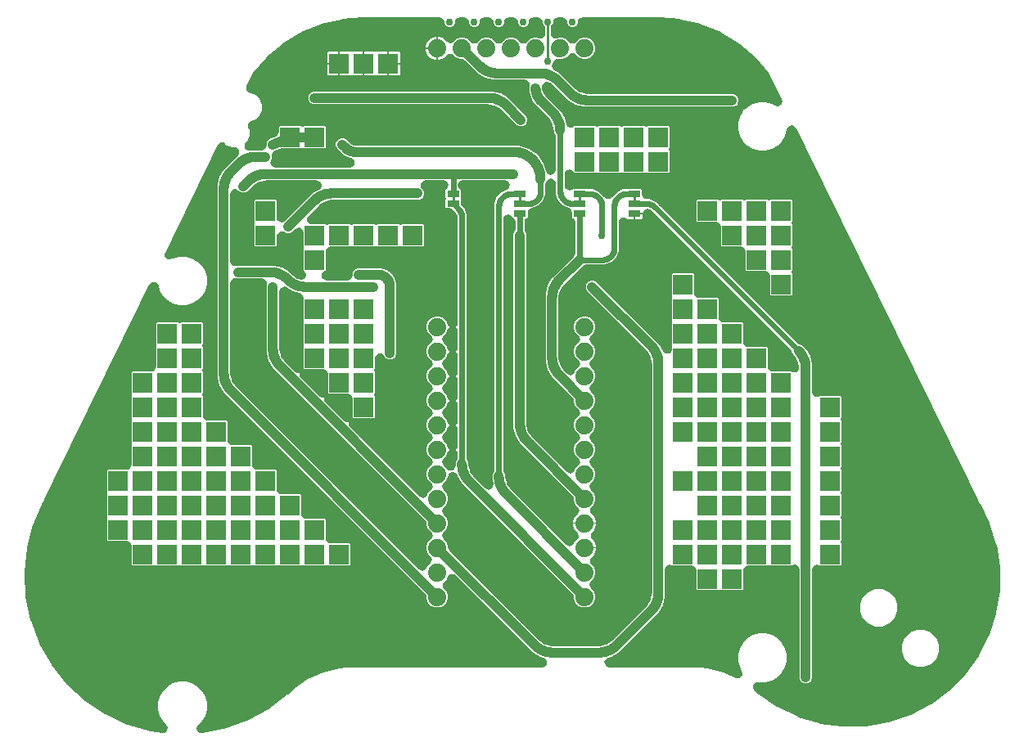
<source format=gbr>
G04 EAGLE Gerber RS-274X export*
G75*
%MOMM*%
%FSLAX34Y34*%
%LPD*%
%INBottom Copper*%
%IPPOS*%
%AMOC8*
5,1,8,0,0,1.08239X$1,22.5*%
G01*
G04 Define Apertures*
%ADD10C,1.879600*%
%ADD11R,1.270000X0.635000*%
%ADD12C,0.254000*%
%ADD13R,2.000000X2.000000*%
%ADD14C,0.756400*%
%ADD15C,1.016000*%
%ADD16C,0.609600*%
G36*
X366641Y-51143D02*
X343622Y-51530D01*
X342836Y-51483D01*
X320034Y-48309D01*
X319265Y-48140D01*
X297226Y-41480D01*
X296492Y-41195D01*
X275748Y-31210D01*
X275067Y-30815D01*
X256376Y-17925D01*
X255751Y-17416D01*
X251918Y-13755D01*
X251155Y-12829D01*
X250421Y-10945D01*
X250481Y-8924D01*
X251325Y-7086D01*
X252818Y-5723D01*
X254725Y-5050D01*
X256504Y-5160D01*
X263312Y-5160D01*
X269711Y-3445D01*
X275449Y-133D01*
X280133Y4551D01*
X283445Y10289D01*
X285160Y16688D01*
X285160Y23312D01*
X283445Y29711D01*
X280133Y35449D01*
X275449Y40133D01*
X269711Y43445D01*
X263312Y45160D01*
X256688Y45160D01*
X250289Y43445D01*
X244551Y40133D01*
X239867Y35449D01*
X236555Y29711D01*
X234840Y23312D01*
X234840Y16688D01*
X236555Y10289D01*
X238786Y6424D01*
X239466Y3921D01*
X239079Y1937D01*
X237948Y261D01*
X236253Y-841D01*
X234262Y-1195D01*
X232291Y-744D01*
X219761Y4930D01*
X202887Y9356D01*
X196530Y9916D01*
X195532Y10160D01*
X193976Y10160D01*
X193530Y10180D01*
X191981Y10316D01*
X190965Y10160D01*
X101649Y10160D01*
X99322Y10724D01*
X97745Y11989D01*
X96786Y13769D01*
X96598Y15782D01*
X97209Y17710D01*
X98524Y19245D01*
X100334Y20147D01*
X103432Y20977D01*
X110730Y25190D01*
X149630Y64091D01*
X152610Y67070D01*
X156823Y74368D01*
X159004Y82508D01*
X159004Y111391D01*
X159331Y113185D01*
X160407Y114896D01*
X162065Y116053D01*
X164044Y116471D01*
X166028Y116084D01*
X167497Y115476D01*
X186596Y115476D01*
X188427Y115134D01*
X190130Y114045D01*
X191274Y112377D01*
X191676Y110396D01*
X191676Y91297D01*
X191908Y90737D01*
X192337Y90308D01*
X192897Y90076D01*
X213503Y90076D01*
X213956Y90264D01*
X215860Y90650D01*
X217844Y90264D01*
X218297Y90076D01*
X238903Y90076D01*
X239463Y90308D01*
X239892Y90737D01*
X240124Y91297D01*
X240124Y110396D01*
X240466Y112227D01*
X241555Y113930D01*
X243223Y115074D01*
X245204Y115476D01*
X264303Y115476D01*
X264756Y115664D01*
X266660Y116050D01*
X268644Y115664D01*
X269097Y115476D01*
X289703Y115476D01*
X291172Y116084D01*
X292954Y116469D01*
X294947Y116130D01*
X296650Y115040D01*
X297794Y113372D01*
X298196Y111391D01*
X298196Y-1314D01*
X299201Y-3741D01*
X301059Y-5599D01*
X303486Y-6604D01*
X306114Y-6604D01*
X308541Y-5599D01*
X310399Y-3741D01*
X311404Y-1314D01*
X311404Y111391D01*
X311731Y113185D01*
X312807Y114896D01*
X314465Y116053D01*
X316444Y116471D01*
X318428Y116084D01*
X319897Y115476D01*
X340503Y115476D01*
X341063Y115708D01*
X341492Y116137D01*
X341724Y116697D01*
X341724Y137303D01*
X341536Y137756D01*
X341150Y139660D01*
X341536Y141644D01*
X341724Y142097D01*
X341724Y162703D01*
X341536Y163156D01*
X341150Y165060D01*
X341536Y167044D01*
X341724Y167497D01*
X341724Y188103D01*
X341536Y188556D01*
X341150Y190460D01*
X341536Y192444D01*
X341724Y192897D01*
X341724Y213503D01*
X341536Y213956D01*
X341150Y215860D01*
X341536Y217844D01*
X341724Y218297D01*
X341724Y238903D01*
X341536Y239356D01*
X341150Y241260D01*
X341536Y243244D01*
X341724Y243697D01*
X341724Y264303D01*
X341536Y264756D01*
X341150Y266660D01*
X341536Y268644D01*
X341724Y269097D01*
X341724Y289703D01*
X341492Y290263D01*
X341063Y290692D01*
X340503Y290924D01*
X319897Y290924D01*
X318428Y290316D01*
X316646Y289932D01*
X314653Y290270D01*
X312950Y291360D01*
X311806Y293028D01*
X311404Y295009D01*
X311404Y323892D01*
X309223Y332032D01*
X305010Y339330D01*
X302030Y342309D01*
X301101Y343238D01*
X298095Y344483D01*
X297420Y344615D01*
X295734Y345731D01*
X153310Y488156D01*
X153310Y488156D01*
X151953Y489513D01*
X151953Y489513D01*
X149523Y491942D01*
X143175Y494572D01*
X140274Y494572D01*
X138443Y494914D01*
X136740Y496003D01*
X135596Y497671D01*
X135194Y499652D01*
X135194Y503638D01*
X134962Y504198D01*
X134533Y504627D01*
X133973Y504859D01*
X119988Y504859D01*
X119350Y504732D01*
X115944Y504732D01*
X109596Y502103D01*
X104306Y496812D01*
X104062Y496432D01*
X102423Y495249D01*
X100451Y494799D01*
X98461Y495154D01*
X96767Y496257D01*
X96472Y496694D01*
X91064Y502103D01*
X84716Y504732D01*
X78770Y504732D01*
X78132Y504859D01*
X64147Y504859D01*
X63098Y504425D01*
X62581Y504064D01*
X60614Y503599D01*
X58621Y503938D01*
X56918Y505028D01*
X55774Y506695D01*
X55372Y508676D01*
X55372Y520020D01*
X55671Y521737D01*
X56720Y523466D01*
X58359Y524649D01*
X60330Y525098D01*
X62321Y524744D01*
X64015Y523640D01*
X64452Y522993D01*
X65337Y522108D01*
X65897Y521876D01*
X86503Y521876D01*
X86956Y522064D01*
X88860Y522450D01*
X90844Y522064D01*
X91297Y521876D01*
X111903Y521876D01*
X112356Y522064D01*
X114260Y522450D01*
X116244Y522064D01*
X116697Y521876D01*
X137303Y521876D01*
X137756Y522064D01*
X139660Y522450D01*
X141644Y522064D01*
X142097Y521876D01*
X162703Y521876D01*
X163263Y522108D01*
X163692Y522537D01*
X163924Y523097D01*
X163924Y543703D01*
X163736Y544156D01*
X163350Y546060D01*
X163736Y548044D01*
X163924Y548497D01*
X163924Y569103D01*
X163692Y569663D01*
X163263Y570092D01*
X162703Y570324D01*
X142097Y570324D01*
X141644Y570136D01*
X139741Y569750D01*
X137756Y570136D01*
X137303Y570324D01*
X116697Y570324D01*
X116244Y570136D01*
X114341Y569750D01*
X112356Y570136D01*
X111903Y570324D01*
X91297Y570324D01*
X90844Y570136D01*
X88941Y569750D01*
X86956Y570136D01*
X86503Y570324D01*
X65897Y570324D01*
X65329Y570089D01*
X63219Y568825D01*
X61206Y568637D01*
X59279Y569248D01*
X57743Y570563D01*
X56841Y572373D01*
X55223Y578412D01*
X51010Y585710D01*
X49674Y587046D01*
X49674Y587046D01*
X35458Y601262D01*
X34826Y602031D01*
X33371Y604209D01*
X32613Y606040D01*
X32102Y608609D01*
X32004Y609600D01*
X32004Y610965D01*
X32772Y613652D01*
X34162Y615120D01*
X36014Y615931D01*
X38035Y615955D01*
X39906Y615189D01*
X42640Y613363D01*
X43410Y612731D01*
X58114Y598026D01*
X58114Y598026D01*
X59450Y596690D01*
X66748Y592477D01*
X74888Y590296D01*
X229914Y590296D01*
X232848Y591511D01*
X234171Y591712D01*
X234125Y591930D01*
X234512Y593915D01*
X235204Y595586D01*
X235204Y598214D01*
X234199Y600641D01*
X232341Y602499D01*
X229914Y603504D01*
X79101Y603504D01*
X78110Y603602D01*
X72861Y604646D01*
X71030Y605404D01*
X66580Y608378D01*
X65810Y609009D01*
X52749Y622070D01*
X49770Y625050D01*
X44670Y627994D01*
X43705Y628717D01*
X42548Y630375D01*
X42130Y632353D01*
X42517Y634338D01*
X43463Y636622D01*
X44507Y638212D01*
X46175Y639356D01*
X48156Y639758D01*
X52973Y639758D01*
X56987Y641421D01*
X59908Y644342D01*
X61444Y645395D01*
X63419Y645829D01*
X65407Y645458D01*
X67092Y644342D01*
X70013Y641421D01*
X74027Y639758D01*
X78373Y639758D01*
X82387Y641421D01*
X85459Y644493D01*
X87122Y648507D01*
X87122Y652853D01*
X85459Y656867D01*
X82387Y659939D01*
X78373Y661602D01*
X74027Y661602D01*
X70013Y659939D01*
X67092Y657018D01*
X65556Y655965D01*
X63581Y655531D01*
X61593Y655902D01*
X59908Y657018D01*
X56987Y659939D01*
X52973Y661602D01*
X48628Y661602D01*
X47918Y661308D01*
X46136Y660924D01*
X44143Y661263D01*
X42440Y662353D01*
X41296Y664020D01*
X40894Y666001D01*
X40894Y671366D01*
X41265Y673273D01*
X42382Y674958D01*
X42598Y675174D01*
X43406Y677125D01*
X43406Y677460D01*
X43748Y679291D01*
X44837Y680994D01*
X46505Y682138D01*
X48486Y682540D01*
X53114Y682540D01*
X54945Y682198D01*
X56648Y681109D01*
X57792Y679441D01*
X58194Y677460D01*
X58194Y677125D01*
X59002Y675174D01*
X60494Y673682D01*
X62445Y672874D01*
X64555Y672874D01*
X66506Y673682D01*
X67998Y675174D01*
X68806Y677125D01*
X68806Y677460D01*
X69148Y679291D01*
X70237Y680994D01*
X71905Y682138D01*
X73886Y682540D01*
X149975Y682540D01*
X150006Y682534D01*
X152996Y682540D01*
X153022Y682540D01*
X153412Y682525D01*
X174779Y680879D01*
X175570Y680755D01*
X196413Y675770D01*
X197175Y675523D01*
X216975Y667323D01*
X217688Y666959D01*
X235953Y655749D01*
X236601Y655278D01*
X252876Y641336D01*
X253441Y640768D01*
X266741Y625123D01*
X267434Y624065D01*
X280096Y598183D01*
X280591Y595489D01*
X280010Y593552D01*
X278720Y591995D01*
X276925Y591065D01*
X274909Y590909D01*
X272992Y591551D01*
X269711Y593445D01*
X263312Y595160D01*
X256688Y595160D01*
X250289Y593445D01*
X244551Y590133D01*
X242797Y588379D01*
X241371Y587376D01*
X239772Y586984D01*
X239833Y586195D01*
X239191Y584278D01*
X236555Y579711D01*
X234840Y573312D01*
X234840Y566688D01*
X236555Y560289D01*
X239867Y554551D01*
X244551Y549867D01*
X250289Y546555D01*
X256688Y544840D01*
X263312Y544840D01*
X269711Y546555D01*
X275449Y549867D01*
X280133Y554551D01*
X283445Y560289D01*
X285310Y567248D01*
X286277Y569140D01*
X287840Y570423D01*
X289780Y570994D01*
X291788Y570764D01*
X293548Y569768D01*
X294780Y568165D01*
X482837Y183746D01*
X483135Y182784D01*
X483953Y181422D01*
X484160Y181041D01*
X485110Y179098D01*
X485326Y178817D01*
X494757Y159918D01*
X495053Y159188D01*
X502026Y137247D01*
X502206Y136481D01*
X505705Y113726D01*
X505764Y112941D01*
X505705Y89918D01*
X505642Y89133D01*
X502026Y66396D01*
X501842Y65631D01*
X494757Y43726D01*
X494457Y42998D01*
X484072Y22450D01*
X483663Y21777D01*
X470228Y3082D01*
X469720Y2480D01*
X453557Y-13915D01*
X452963Y-14431D01*
X434461Y-28132D01*
X433794Y-28550D01*
X413397Y-39227D01*
X412673Y-39537D01*
X390871Y-46935D01*
X390108Y-47129D01*
X367425Y-51069D01*
X366641Y-51143D01*
G37*
%LPC*%
G36*
X269097Y394876D02*
X289703Y394876D01*
X290263Y395108D01*
X290692Y395537D01*
X290924Y396097D01*
X290924Y416703D01*
X290736Y417156D01*
X290350Y419060D01*
X290736Y421044D01*
X290924Y421497D01*
X290924Y442103D01*
X290736Y442556D01*
X290350Y444460D01*
X290736Y446444D01*
X290924Y446897D01*
X290924Y467503D01*
X290736Y467956D01*
X290350Y469860D01*
X290736Y471844D01*
X290924Y472297D01*
X290924Y492903D01*
X290692Y493463D01*
X290263Y493892D01*
X289703Y494124D01*
X269097Y494124D01*
X268644Y493936D01*
X266741Y493550D01*
X264756Y493936D01*
X264303Y494124D01*
X243697Y494124D01*
X243244Y493936D01*
X241341Y493550D01*
X239356Y493936D01*
X238903Y494124D01*
X218297Y494124D01*
X217844Y493936D01*
X215941Y493550D01*
X213956Y493936D01*
X213503Y494124D01*
X192897Y494124D01*
X192337Y493892D01*
X191908Y493463D01*
X191676Y492903D01*
X191676Y472297D01*
X191908Y471737D01*
X192337Y471308D01*
X192897Y471076D01*
X211996Y471076D01*
X213827Y470734D01*
X215530Y469645D01*
X216674Y467977D01*
X217076Y465996D01*
X217076Y446897D01*
X217308Y446337D01*
X217737Y445908D01*
X218297Y445676D01*
X237396Y445676D01*
X239227Y445334D01*
X240930Y444245D01*
X242074Y442577D01*
X242476Y440596D01*
X242476Y421497D01*
X242708Y420937D01*
X243137Y420508D01*
X243697Y420276D01*
X262796Y420276D01*
X264627Y419934D01*
X266330Y418845D01*
X267474Y417177D01*
X267876Y415196D01*
X267876Y396097D01*
X268108Y395537D01*
X268537Y395108D01*
X269097Y394876D01*
G37*
G36*
X376482Y52555D02*
X384104Y52555D01*
X391146Y55472D01*
X396536Y60862D01*
X399453Y67904D01*
X399453Y75526D01*
X396536Y82568D01*
X391146Y87958D01*
X384104Y90875D01*
X376482Y90875D01*
X369439Y87958D01*
X364050Y82568D01*
X361133Y75526D01*
X361133Y67904D01*
X364050Y60862D01*
X369439Y55472D01*
X376482Y52555D01*
G37*
G36*
X419496Y10725D02*
X427118Y10725D01*
X434161Y13642D01*
X439550Y19032D01*
X442467Y26074D01*
X442467Y33696D01*
X439550Y40738D01*
X434161Y46128D01*
X427118Y49045D01*
X419496Y49045D01*
X412454Y46128D01*
X407064Y40738D01*
X404147Y33696D01*
X404147Y26074D01*
X407064Y19032D01*
X412454Y13642D01*
X419496Y10725D01*
G37*
%LPD*%
G36*
X42871Y520244D02*
X40871Y519950D01*
X38914Y520460D01*
X37312Y521693D01*
X36317Y523453D01*
X33703Y531498D01*
X27271Y540351D01*
X18418Y546783D01*
X8011Y550164D01*
X-161657Y550164D01*
X-162648Y550262D01*
X-163037Y550339D01*
X-164868Y551098D01*
X-165198Y551318D01*
X-165968Y551950D01*
X-170797Y556779D01*
X-173224Y557784D01*
X-175851Y557784D01*
X-178279Y556779D01*
X-180136Y554921D01*
X-181142Y552494D01*
X-181142Y549866D01*
X-180136Y547439D01*
X-173510Y540813D01*
X-169108Y538272D01*
X-165448Y537291D01*
X-163347Y536144D01*
X-162151Y534513D01*
X-161686Y532546D01*
X-162025Y530553D01*
X-163114Y528850D01*
X-164782Y527706D01*
X-166763Y527304D01*
X-243878Y527304D01*
X-245672Y527631D01*
X-247384Y528707D01*
X-248540Y530365D01*
X-248958Y532344D01*
X-248572Y534328D01*
X-247396Y537166D01*
X-247396Y540210D01*
X-247062Y542021D01*
X-245980Y543729D01*
X-244317Y544879D01*
X-239683Y546865D01*
X-237682Y547276D01*
X-218297Y547276D01*
X-217844Y547464D01*
X-215941Y547850D01*
X-213956Y547464D01*
X-213503Y547276D01*
X-192897Y547276D01*
X-192337Y547508D01*
X-191908Y547937D01*
X-191676Y548497D01*
X-191676Y569103D01*
X-191908Y569663D01*
X-192337Y570092D01*
X-192897Y570324D01*
X-213503Y570324D01*
X-213956Y570136D01*
X-215860Y569750D01*
X-217844Y570136D01*
X-218297Y570324D01*
X-238903Y570324D01*
X-239463Y570092D01*
X-239892Y569663D01*
X-240124Y569103D01*
X-240124Y564396D01*
X-240458Y562585D01*
X-241540Y560877D01*
X-243203Y559727D01*
X-250189Y556733D01*
X-252024Y554852D01*
X-253000Y552413D01*
X-252973Y550226D01*
X-253314Y548333D01*
X-254404Y546630D01*
X-256071Y545486D01*
X-258052Y545084D01*
X-268012Y545084D01*
X-269382Y544717D01*
X-270454Y544550D01*
X-272452Y544857D01*
X-274173Y545919D01*
X-275342Y547568D01*
X-275776Y549543D01*
X-275406Y551530D01*
X-274289Y553216D01*
X-273024Y554482D01*
X-270792Y559870D01*
X-270792Y565702D01*
X-271961Y568524D01*
X-272346Y570347D01*
X-271991Y572337D01*
X-270888Y574031D01*
X-269211Y575161D01*
X-263996Y577322D01*
X-259872Y581445D01*
X-257640Y586834D01*
X-257640Y592666D01*
X-259872Y598054D01*
X-263996Y602178D01*
X-269667Y604526D01*
X-271207Y604857D01*
X-272849Y606037D01*
X-273900Y607764D01*
X-274195Y609764D01*
X-273686Y611721D01*
X-267653Y624059D01*
X-266960Y625118D01*
X-253661Y640763D01*
X-253095Y641331D01*
X-236820Y655275D01*
X-236172Y655746D01*
X-217907Y666958D01*
X-217193Y667322D01*
X-197393Y675522D01*
X-196630Y675769D01*
X-175787Y680755D01*
X-174995Y680879D01*
X-153627Y682525D01*
X-153237Y682540D01*
X-153211Y682540D01*
X-150221Y682534D01*
X-150190Y682540D01*
X-73886Y682540D01*
X-72055Y682198D01*
X-70352Y681109D01*
X-69208Y679441D01*
X-68806Y677460D01*
X-68806Y677125D01*
X-67998Y675174D01*
X-66506Y673682D01*
X-64555Y672874D01*
X-62445Y672874D01*
X-60494Y673682D01*
X-59002Y675174D01*
X-58194Y677125D01*
X-58194Y677460D01*
X-57852Y679291D01*
X-56763Y680994D01*
X-55095Y682138D01*
X-53114Y682540D01*
X-48486Y682540D01*
X-46655Y682198D01*
X-44952Y681109D01*
X-43808Y679441D01*
X-43406Y677460D01*
X-43406Y677125D01*
X-42598Y675174D01*
X-41106Y673682D01*
X-39155Y672874D01*
X-37045Y672874D01*
X-35094Y673682D01*
X-33602Y675174D01*
X-32794Y677125D01*
X-32794Y677460D01*
X-32452Y679291D01*
X-31363Y680994D01*
X-29695Y682138D01*
X-27714Y682540D01*
X-23086Y682540D01*
X-21255Y682198D01*
X-19552Y681109D01*
X-18408Y679441D01*
X-18006Y677460D01*
X-18006Y677125D01*
X-17198Y675174D01*
X-15706Y673682D01*
X-13755Y672874D01*
X-11645Y672874D01*
X-9694Y673682D01*
X-8202Y675174D01*
X-7394Y677125D01*
X-7394Y677460D01*
X-7052Y679291D01*
X-5963Y680994D01*
X-4295Y682138D01*
X-2314Y682540D01*
X2314Y682540D01*
X4145Y682198D01*
X5848Y681109D01*
X6992Y679441D01*
X7394Y677460D01*
X7394Y677125D01*
X8202Y675174D01*
X9694Y673682D01*
X11645Y672874D01*
X13755Y672874D01*
X15706Y673682D01*
X17198Y675174D01*
X18006Y677125D01*
X18006Y677460D01*
X18348Y679291D01*
X19437Y680994D01*
X21105Y682138D01*
X23086Y682540D01*
X27714Y682540D01*
X29545Y682198D01*
X31248Y681109D01*
X32392Y679441D01*
X32794Y677460D01*
X32794Y677125D01*
X33602Y675174D01*
X33818Y674958D01*
X34904Y673347D01*
X35306Y671366D01*
X35306Y666001D01*
X34979Y664208D01*
X33903Y662496D01*
X32245Y661340D01*
X30266Y660922D01*
X28282Y661308D01*
X27572Y661602D01*
X23227Y661602D01*
X19213Y659939D01*
X16292Y657018D01*
X14756Y655965D01*
X12781Y655531D01*
X10793Y655902D01*
X9108Y657018D01*
X6187Y659939D01*
X2173Y661602D01*
X-2173Y661602D01*
X-6187Y659939D01*
X-9108Y657018D01*
X-10644Y655965D01*
X-12619Y655531D01*
X-14607Y655902D01*
X-16292Y657018D01*
X-19213Y659939D01*
X-23227Y661602D01*
X-27573Y661602D01*
X-31587Y659939D01*
X-34508Y657018D01*
X-36044Y655965D01*
X-38019Y655531D01*
X-40007Y655902D01*
X-41692Y657018D01*
X-44613Y659939D01*
X-48627Y661602D01*
X-52973Y661602D01*
X-56987Y659939D01*
X-59190Y657737D01*
X-60726Y656683D01*
X-62701Y656249D01*
X-64688Y656620D01*
X-66374Y657737D01*
X-69438Y660801D01*
X-73825Y662618D01*
X-75438Y662618D01*
X-75438Y638742D01*
X-73825Y638742D01*
X-69438Y640559D01*
X-66374Y643623D01*
X-64837Y644677D01*
X-62863Y645111D01*
X-60875Y644740D01*
X-59190Y643623D01*
X-56987Y641421D01*
X-52973Y639758D01*
X-51322Y639758D01*
X-49415Y639387D01*
X-47730Y638270D01*
X-35426Y625966D01*
X-35426Y625966D01*
X-34090Y624630D01*
X-26792Y620417D01*
X-18652Y618236D01*
X14226Y618236D01*
X16020Y617909D01*
X17732Y616833D01*
X18888Y615175D01*
X19306Y613196D01*
X18920Y611212D01*
X18796Y610914D01*
X18796Y606309D01*
X20500Y599950D01*
X23791Y594249D01*
X38691Y579350D01*
X39323Y578580D01*
X42296Y574130D01*
X43054Y572299D01*
X44098Y567050D01*
X44196Y566059D01*
X44196Y564745D01*
X45441Y561739D01*
X45826Y561169D01*
X46228Y559187D01*
X46228Y525023D01*
X45779Y522935D01*
X44598Y521294D01*
X42871Y520244D01*
G37*
%LPC*%
G36*
X-88138Y651442D02*
X-76962Y651442D01*
X-76962Y662618D01*
X-78575Y662618D01*
X-82962Y660801D01*
X-86321Y657442D01*
X-88138Y653055D01*
X-88138Y651442D01*
G37*
G36*
X-78575Y638742D02*
X-76962Y638742D01*
X-76962Y649918D01*
X-88138Y649918D01*
X-88138Y648305D01*
X-86321Y643918D01*
X-82962Y640559D01*
X-78575Y638742D01*
G37*
G36*
X-151638Y622460D02*
X-141895Y622460D01*
X-141644Y622564D01*
X-139741Y622950D01*
X-137756Y622564D01*
X-137505Y622460D01*
X-127762Y622460D01*
X-127762Y647540D01*
X-137505Y647540D01*
X-137756Y647436D01*
X-139659Y647050D01*
X-141644Y647436D01*
X-141895Y647540D01*
X-151638Y647540D01*
X-151638Y622460D01*
G37*
G36*
X-177038Y622460D02*
X-167295Y622460D01*
X-167044Y622564D01*
X-165141Y622950D01*
X-163156Y622564D01*
X-162905Y622460D01*
X-153162Y622460D01*
X-153162Y647540D01*
X-162905Y647540D01*
X-163156Y647436D01*
X-165059Y647050D01*
X-167044Y647436D01*
X-167295Y647540D01*
X-177038Y647540D01*
X-177038Y622460D01*
G37*
G36*
X-126238Y635762D02*
X-114460Y635762D01*
X-114460Y645505D01*
X-114847Y646439D01*
X-115561Y647153D01*
X-116495Y647540D01*
X-126238Y647540D01*
X-126238Y635762D01*
G37*
G36*
X-190340Y635762D02*
X-178562Y635762D01*
X-178562Y647540D01*
X-188305Y647540D01*
X-189239Y647153D01*
X-189953Y646439D01*
X-190340Y645505D01*
X-190340Y635762D01*
G37*
G36*
X-188305Y622460D02*
X-178562Y622460D01*
X-178562Y634238D01*
X-190340Y634238D01*
X-190340Y624495D01*
X-189953Y623561D01*
X-189239Y622847D01*
X-188305Y622460D01*
G37*
G36*
X-126238Y622460D02*
X-116495Y622460D01*
X-115561Y622847D01*
X-114847Y623561D01*
X-114460Y624495D01*
X-114460Y634238D01*
X-126238Y634238D01*
X-126238Y622460D01*
G37*
G36*
X8846Y569976D02*
X11474Y569976D01*
X13901Y570981D01*
X15759Y572839D01*
X16764Y575266D01*
X16764Y577894D01*
X15759Y580321D01*
X-591Y596670D01*
X-3570Y599650D01*
X-10868Y603863D01*
X-19008Y606044D01*
X-204514Y606044D01*
X-206941Y605039D01*
X-208799Y603181D01*
X-209804Y600754D01*
X-209804Y598126D01*
X-208799Y595699D01*
X-206941Y593841D01*
X-204514Y592836D01*
X-23221Y592836D01*
X-22230Y592738D01*
X-16981Y591694D01*
X-15150Y590936D01*
X-10700Y587963D01*
X-9930Y587331D01*
X6419Y570981D01*
X8846Y569976D01*
G37*
%LPD*%
G36*
X-297508Y-53885D02*
X-319296Y-57995D01*
X-321993Y-57771D01*
X-323713Y-56708D01*
X-324883Y-55059D01*
X-325317Y-53084D01*
X-324946Y-51097D01*
X-323830Y-49411D01*
X-319867Y-45449D01*
X-316555Y-39711D01*
X-314840Y-33312D01*
X-314840Y-26688D01*
X-316555Y-20289D01*
X-319867Y-14551D01*
X-324551Y-9867D01*
X-330289Y-6555D01*
X-336688Y-4840D01*
X-343312Y-4840D01*
X-349711Y-6555D01*
X-355449Y-9867D01*
X-360133Y-14551D01*
X-363445Y-20289D01*
X-365160Y-26688D01*
X-365160Y-33312D01*
X-363445Y-39711D01*
X-360133Y-45449D01*
X-356572Y-49009D01*
X-355325Y-51058D01*
X-355106Y-53068D01*
X-355689Y-55004D01*
X-356980Y-56559D01*
X-358776Y-57488D01*
X-360792Y-57642D01*
X-372175Y-56226D01*
X-372946Y-56069D01*
X-396571Y-49303D01*
X-397308Y-49028D01*
X-419604Y-38693D01*
X-420290Y-38307D01*
X-440721Y-24651D01*
X-441340Y-24164D01*
X-459415Y-7515D01*
X-459951Y-6938D01*
X-475236Y12304D01*
X-475677Y12956D01*
X-487805Y34329D01*
X-488140Y35042D01*
X-496820Y58032D01*
X-497040Y58788D01*
X-502064Y82844D01*
X-502165Y83625D01*
X-503411Y108167D01*
X-503390Y108954D01*
X-500829Y133395D01*
X-500687Y134169D01*
X-494380Y157921D01*
X-494120Y158664D01*
X-484326Y180911D01*
X-484241Y181096D01*
X-483998Y181592D01*
X-483911Y181761D01*
X-482812Y183812D01*
X-482671Y184306D01*
X-374226Y406096D01*
X-372913Y407768D01*
X-371133Y408727D01*
X-369120Y408916D01*
X-367193Y408304D01*
X-365657Y406989D01*
X-364756Y405179D01*
X-363445Y400289D01*
X-360133Y394551D01*
X-355449Y389867D01*
X-349711Y386555D01*
X-343312Y384840D01*
X-336688Y384840D01*
X-330289Y386555D01*
X-324551Y389867D01*
X-319867Y394551D01*
X-316555Y400289D01*
X-314840Y406688D01*
X-314840Y413312D01*
X-316555Y419711D01*
X-319867Y425449D01*
X-324551Y430133D01*
X-330289Y433445D01*
X-336688Y435160D01*
X-343312Y435160D01*
X-349711Y433445D01*
X-350821Y432805D01*
X-353474Y432125D01*
X-355446Y432571D01*
X-357088Y433752D01*
X-358139Y435478D01*
X-358434Y437479D01*
X-357925Y439435D01*
X-303553Y550638D01*
X-302694Y551882D01*
X-301045Y553052D01*
X-299070Y553486D01*
X-297082Y553115D01*
X-295397Y551998D01*
X-293756Y550358D01*
X-288368Y548126D01*
X-286065Y548126D01*
X-284986Y548010D01*
X-283135Y547196D01*
X-281749Y545725D01*
X-281046Y543829D01*
X-281138Y541809D01*
X-282010Y539986D01*
X-283252Y538887D01*
X-286429Y535710D01*
X-296054Y526086D01*
X-296054Y526086D01*
X-297390Y524750D01*
X-301603Y517452D01*
X-303784Y509312D01*
X-303784Y310288D01*
X-301603Y302148D01*
X-297390Y294850D01*
X-294410Y291871D01*
X-88610Y86070D01*
X-87524Y84460D01*
X-87122Y82478D01*
X-87122Y80827D01*
X-85459Y76813D01*
X-82387Y73741D01*
X-78373Y72078D01*
X-74027Y72078D01*
X-70013Y73741D01*
X-66941Y76813D01*
X-65278Y80827D01*
X-65278Y85173D01*
X-66941Y89187D01*
X-69143Y91390D01*
X-70197Y92926D01*
X-70631Y94901D01*
X-70260Y96888D01*
X-69143Y98574D01*
X-66079Y101638D01*
X-65269Y103596D01*
X-64280Y105127D01*
X-62631Y106297D01*
X-60656Y106731D01*
X-58669Y106360D01*
X-56983Y105244D01*
X21734Y26526D01*
X21734Y26526D01*
X23070Y25190D01*
X30368Y20977D01*
X33466Y20147D01*
X35567Y19000D01*
X36763Y17369D01*
X37229Y15402D01*
X36890Y13409D01*
X35800Y11706D01*
X34133Y10562D01*
X32151Y10160D01*
X-165565Y10160D01*
X-166581Y10316D01*
X-168130Y10180D01*
X-168576Y10160D01*
X-170132Y10160D01*
X-171130Y9916D01*
X-177487Y9356D01*
X-194361Y4930D01*
X-210253Y-2266D01*
X-224711Y-12028D01*
X-230708Y-17757D01*
X-231135Y-18122D01*
X-250610Y-32986D01*
X-251271Y-33414D01*
X-272875Y-45126D01*
X-273594Y-45446D01*
X-296748Y-53679D01*
X-297508Y-53885D01*
G37*
%LPC*%
G36*
X-391303Y115476D02*
X-370697Y115476D01*
X-370244Y115664D01*
X-368341Y116050D01*
X-366356Y115664D01*
X-365903Y115476D01*
X-345297Y115476D01*
X-344844Y115664D01*
X-342941Y116050D01*
X-340956Y115664D01*
X-340503Y115476D01*
X-319897Y115476D01*
X-319444Y115664D01*
X-317541Y116050D01*
X-315556Y115664D01*
X-315103Y115476D01*
X-294497Y115476D01*
X-294044Y115664D01*
X-292141Y116050D01*
X-290156Y115664D01*
X-289703Y115476D01*
X-269097Y115476D01*
X-268644Y115664D01*
X-266741Y116050D01*
X-264756Y115664D01*
X-264303Y115476D01*
X-243697Y115476D01*
X-243244Y115664D01*
X-241341Y116050D01*
X-239356Y115664D01*
X-238903Y115476D01*
X-218297Y115476D01*
X-217844Y115664D01*
X-215941Y116050D01*
X-213956Y115664D01*
X-213503Y115476D01*
X-192897Y115476D01*
X-192444Y115664D01*
X-190541Y116050D01*
X-188556Y115664D01*
X-188103Y115476D01*
X-167497Y115476D01*
X-166937Y115708D01*
X-166508Y116137D01*
X-166276Y116697D01*
X-166276Y137303D01*
X-166508Y137863D01*
X-166937Y138292D01*
X-167497Y138524D01*
X-186596Y138524D01*
X-188427Y138866D01*
X-190130Y139955D01*
X-191274Y141623D01*
X-191676Y143604D01*
X-191676Y162703D01*
X-191908Y163263D01*
X-192337Y163692D01*
X-192897Y163924D01*
X-211996Y163924D01*
X-213827Y164266D01*
X-215530Y165355D01*
X-216674Y167023D01*
X-217076Y169004D01*
X-217076Y188103D01*
X-217308Y188663D01*
X-217737Y189092D01*
X-218297Y189324D01*
X-237396Y189324D01*
X-239227Y189666D01*
X-240930Y190755D01*
X-242074Y192423D01*
X-242476Y194404D01*
X-242476Y213503D01*
X-242708Y214063D01*
X-243137Y214492D01*
X-243697Y214724D01*
X-262796Y214724D01*
X-264627Y215066D01*
X-266330Y216155D01*
X-267474Y217823D01*
X-267876Y219804D01*
X-267876Y238903D01*
X-268108Y239463D01*
X-268537Y239892D01*
X-269097Y240124D01*
X-288196Y240124D01*
X-290027Y240466D01*
X-291730Y241555D01*
X-292874Y243223D01*
X-293276Y245204D01*
X-293276Y264303D01*
X-293508Y264863D01*
X-293937Y265292D01*
X-294497Y265524D01*
X-313596Y265524D01*
X-315427Y265866D01*
X-317130Y266955D01*
X-318274Y268623D01*
X-318676Y270604D01*
X-318676Y289703D01*
X-318864Y290156D01*
X-319250Y292060D01*
X-318864Y294044D01*
X-318676Y294497D01*
X-318676Y315103D01*
X-318864Y315556D01*
X-319250Y317460D01*
X-318864Y319444D01*
X-318676Y319897D01*
X-318676Y340503D01*
X-318864Y340956D01*
X-319250Y342860D01*
X-318864Y344844D01*
X-318676Y345297D01*
X-318676Y365903D01*
X-318908Y366463D01*
X-319337Y366892D01*
X-319897Y367124D01*
X-340503Y367124D01*
X-340956Y366936D01*
X-342860Y366550D01*
X-344844Y366936D01*
X-345297Y367124D01*
X-365903Y367124D01*
X-366463Y366892D01*
X-366892Y366463D01*
X-367124Y365903D01*
X-367124Y345297D01*
X-366936Y344844D01*
X-366550Y342941D01*
X-366936Y340956D01*
X-367124Y340503D01*
X-367124Y321404D01*
X-367466Y319573D01*
X-368555Y317870D01*
X-370223Y316726D01*
X-372204Y316324D01*
X-391303Y316324D01*
X-391863Y316092D01*
X-392292Y315663D01*
X-392524Y315103D01*
X-392524Y294497D01*
X-392336Y294044D01*
X-391950Y292141D01*
X-392336Y290156D01*
X-392524Y289703D01*
X-392524Y269097D01*
X-392336Y268644D01*
X-391950Y266741D01*
X-392336Y264756D01*
X-392524Y264303D01*
X-392524Y243697D01*
X-392336Y243244D01*
X-391950Y241341D01*
X-392336Y239356D01*
X-392524Y238903D01*
X-392524Y219804D01*
X-392866Y217973D01*
X-393955Y216270D01*
X-395623Y215126D01*
X-397604Y214724D01*
X-416703Y214724D01*
X-417263Y214492D01*
X-417692Y214063D01*
X-417924Y213503D01*
X-417924Y192897D01*
X-417736Y192444D01*
X-417350Y190541D01*
X-417736Y188556D01*
X-417924Y188103D01*
X-417924Y167497D01*
X-417736Y167044D01*
X-417350Y165141D01*
X-417736Y163156D01*
X-417924Y162703D01*
X-417924Y142097D01*
X-417692Y141537D01*
X-417263Y141108D01*
X-416703Y140876D01*
X-397604Y140876D01*
X-395773Y140534D01*
X-394070Y139445D01*
X-392926Y137777D01*
X-392524Y135796D01*
X-392524Y116697D01*
X-392292Y116137D01*
X-391863Y115708D01*
X-391303Y115476D01*
G37*
%LPD*%
G36*
X63408Y211325D02*
X61434Y210892D01*
X59446Y211262D01*
X57761Y212379D01*
X21309Y248830D01*
X20678Y249600D01*
X17704Y254050D01*
X16946Y255881D01*
X15902Y261130D01*
X15804Y262121D01*
X15804Y458514D01*
X14559Y461520D01*
X14174Y462090D01*
X13772Y464072D01*
X13772Y470885D01*
X14128Y472754D01*
X15231Y474448D01*
X16019Y474979D01*
X16842Y475802D01*
X17074Y476362D01*
X17074Y480348D01*
X17416Y482179D01*
X18505Y483882D01*
X20173Y485026D01*
X20313Y485054D01*
X27564Y488058D01*
X32423Y492916D01*
X35052Y499264D01*
X35052Y508748D01*
X35423Y510655D01*
X35819Y511252D01*
X36455Y512787D01*
X37388Y514259D01*
X39019Y515455D01*
X40986Y515920D01*
X42979Y515582D01*
X44682Y514492D01*
X45826Y512824D01*
X46228Y510843D01*
X46228Y499264D01*
X48858Y492916D01*
X53716Y488058D01*
X59790Y485542D01*
X61380Y484497D01*
X62524Y482830D01*
X62926Y480848D01*
X62926Y476362D01*
X63158Y475802D01*
X63936Y475024D01*
X64682Y474534D01*
X65826Y472866D01*
X66228Y470885D01*
X66228Y438672D01*
X65857Y436765D01*
X64740Y435080D01*
X43544Y413884D01*
X43544Y413884D01*
X42208Y412548D01*
X37995Y405250D01*
X35814Y397110D01*
X35814Y326290D01*
X37995Y318150D01*
X42208Y310852D01*
X45188Y307873D01*
X63790Y289270D01*
X64876Y287660D01*
X65278Y285678D01*
X65278Y284027D01*
X66941Y280013D01*
X69862Y277092D01*
X70915Y275556D01*
X71349Y273581D01*
X70978Y271593D01*
X69862Y269908D01*
X66941Y266987D01*
X65278Y262973D01*
X65278Y258627D01*
X66941Y254613D01*
X69862Y251692D01*
X70915Y250156D01*
X71349Y248181D01*
X70978Y246193D01*
X69862Y244508D01*
X66941Y241587D01*
X65278Y237573D01*
X65278Y233227D01*
X66941Y229213D01*
X69862Y226292D01*
X70915Y224756D01*
X71349Y222781D01*
X70978Y220793D01*
X69862Y219108D01*
X66941Y216187D01*
X66046Y214027D01*
X65058Y212495D01*
X63408Y211325D01*
G37*
G36*
X-216068Y411385D02*
X-218090Y411377D01*
X-219239Y411606D01*
X-221070Y412364D01*
X-225520Y415337D01*
X-226290Y415969D01*
X-226651Y416330D01*
X-229630Y419310D01*
X-236928Y423523D01*
X-245068Y425704D01*
X-283254Y425704D01*
X-283552Y425580D01*
X-285334Y425196D01*
X-287327Y425535D01*
X-289030Y426625D01*
X-290174Y428292D01*
X-290576Y430274D01*
X-290576Y500112D01*
X-290263Y501868D01*
X-289201Y503588D01*
X-287552Y504758D01*
X-285577Y505192D01*
X-283589Y504821D01*
X-281904Y503704D01*
X-280601Y502401D01*
X-278174Y501396D01*
X-275546Y501396D01*
X-273119Y502401D01*
X-266930Y508591D01*
X-266160Y509223D01*
X-261710Y512196D01*
X-259879Y512954D01*
X-254630Y513998D01*
X-253639Y514096D01*
X-201026Y514096D01*
X-199947Y513980D01*
X-198097Y513166D01*
X-196710Y511695D01*
X-196007Y509799D01*
X-196099Y507780D01*
X-196971Y505956D01*
X-198486Y504617D01*
X-205212Y500733D01*
X-208191Y497754D01*
X-233804Y472141D01*
X-235267Y471121D01*
X-237234Y470656D01*
X-239227Y470995D01*
X-240930Y472085D01*
X-242074Y473752D01*
X-242476Y475734D01*
X-242476Y492903D01*
X-242708Y493463D01*
X-243137Y493892D01*
X-243697Y494124D01*
X-264303Y494124D01*
X-264863Y493892D01*
X-265292Y493463D01*
X-265524Y492903D01*
X-265524Y472297D01*
X-265336Y471844D01*
X-264950Y469941D01*
X-265336Y467956D01*
X-265524Y467503D01*
X-265524Y446897D01*
X-265292Y446337D01*
X-264863Y445908D01*
X-264303Y445676D01*
X-243697Y445676D01*
X-243137Y445908D01*
X-242708Y446337D01*
X-242476Y446897D01*
X-242476Y456272D01*
X-242163Y458028D01*
X-241101Y459748D01*
X-239452Y460918D01*
X-237477Y461352D01*
X-235489Y460981D01*
X-235078Y460709D01*
X-231917Y459399D01*
X-229289Y459399D01*
X-226862Y460404D01*
X-223396Y463870D01*
X-221933Y464890D01*
X-219966Y465356D01*
X-217973Y465017D01*
X-216270Y463927D01*
X-215126Y462260D01*
X-214724Y460278D01*
X-214724Y446897D01*
X-214536Y446444D01*
X-214150Y444541D01*
X-214536Y442556D01*
X-214724Y442103D01*
X-214724Y421497D01*
X-214492Y420937D01*
X-213507Y419952D01*
X-212160Y417548D01*
X-212088Y415528D01*
X-212809Y413639D01*
X-214210Y412181D01*
X-216068Y411385D01*
G37*
G36*
X-21292Y194426D02*
X-23267Y193992D01*
X-25254Y194363D01*
X-26940Y195479D01*
X-38691Y207230D01*
X-39323Y208000D01*
X-42296Y212450D01*
X-43054Y214281D01*
X-44098Y219530D01*
X-44196Y220521D01*
X-44196Y221835D01*
X-45441Y224841D01*
X-45826Y225411D01*
X-46228Y227393D01*
X-46228Y478975D01*
X-48858Y485323D01*
X-50638Y487104D01*
X-51724Y488715D01*
X-52126Y490696D01*
X-52126Y493834D01*
X-52371Y495040D01*
X-52126Y496296D01*
X-52126Y503638D01*
X-52358Y504198D01*
X-53228Y505069D01*
X-53524Y505256D01*
X-54720Y506887D01*
X-55185Y508854D01*
X-54847Y510847D01*
X-53757Y512550D01*
X-52089Y513694D01*
X-50108Y514096D01*
X-6368Y514096D01*
X-4650Y513797D01*
X-2922Y512748D01*
X-1739Y511109D01*
X-1289Y509137D01*
X-1644Y507147D01*
X-2747Y505453D01*
X-4424Y504323D01*
X-9784Y502103D01*
X-14643Y497244D01*
X-17272Y490896D01*
X-17272Y214693D01*
X-17643Y212786D01*
X-18039Y212189D01*
X-19304Y209135D01*
X-19304Y203608D01*
X-18441Y200386D01*
X-18274Y199314D01*
X-18581Y197316D01*
X-19643Y195596D01*
X-21292Y194426D01*
G37*
G36*
X-88992Y185925D02*
X-90966Y185492D01*
X-92954Y185862D01*
X-94639Y186979D01*
X-166864Y259204D01*
X-167884Y260667D01*
X-168350Y262634D01*
X-168184Y263611D01*
X-168923Y263448D01*
X-170911Y263819D01*
X-172596Y264936D01*
X-192264Y284604D01*
X-193284Y286067D01*
X-193750Y288034D01*
X-193584Y289011D01*
X-194323Y288848D01*
X-196311Y289219D01*
X-197996Y290336D01*
X-217664Y310004D01*
X-218684Y311467D01*
X-219150Y313434D01*
X-218984Y314411D01*
X-219723Y314248D01*
X-221711Y314619D01*
X-223396Y315736D01*
X-234271Y326610D01*
X-234903Y327380D01*
X-237876Y331830D01*
X-238634Y333661D01*
X-239678Y338910D01*
X-239776Y339901D01*
X-239776Y398966D01*
X-239174Y401364D01*
X-237884Y402921D01*
X-236089Y403851D01*
X-234073Y404008D01*
X-232156Y403365D01*
X-225352Y399437D01*
X-218348Y397560D01*
X-216158Y396330D01*
X-215002Y394672D01*
X-214583Y392694D01*
X-214724Y391972D01*
X-214724Y370697D01*
X-214536Y370244D01*
X-214150Y368341D01*
X-214536Y366356D01*
X-214724Y365903D01*
X-214724Y345297D01*
X-214536Y344844D01*
X-214150Y342941D01*
X-214536Y340956D01*
X-214724Y340503D01*
X-214724Y319328D01*
X-214869Y318514D01*
X-214072Y318676D01*
X-194404Y318676D01*
X-192573Y318334D01*
X-190870Y317245D01*
X-189726Y315577D01*
X-189324Y313596D01*
X-189324Y293928D01*
X-189469Y293114D01*
X-188672Y293276D01*
X-169004Y293276D01*
X-167173Y292934D01*
X-165470Y291845D01*
X-164326Y290177D01*
X-163924Y288196D01*
X-163924Y268528D01*
X-164069Y267714D01*
X-163272Y267876D01*
X-142097Y267876D01*
X-141537Y268108D01*
X-141108Y268537D01*
X-140876Y269097D01*
X-140876Y289703D01*
X-141064Y290156D01*
X-141450Y292060D01*
X-141064Y294044D01*
X-140876Y294497D01*
X-140876Y315103D01*
X-141064Y315556D01*
X-141450Y317460D01*
X-141064Y319444D01*
X-140876Y319897D01*
X-140876Y330136D01*
X-140577Y331854D01*
X-139528Y333582D01*
X-137889Y334765D01*
X-135917Y335215D01*
X-133927Y334860D01*
X-132233Y333757D01*
X-131103Y332080D01*
X-130879Y331539D01*
X-129021Y329681D01*
X-126594Y328676D01*
X-123966Y328676D01*
X-121539Y329681D01*
X-119681Y331539D01*
X-118676Y333966D01*
X-118676Y406917D01*
X-120566Y412733D01*
X-124160Y417680D01*
X-129107Y421274D01*
X-134923Y423164D01*
X-158794Y423164D01*
X-161221Y422159D01*
X-163079Y420301D01*
X-164084Y417874D01*
X-164084Y415544D01*
X-164426Y413713D01*
X-165515Y412010D01*
X-167183Y410866D01*
X-169164Y410464D01*
X-191046Y410464D01*
X-192764Y410763D01*
X-194492Y411812D01*
X-195675Y413451D01*
X-196125Y415423D01*
X-195770Y417413D01*
X-194667Y419107D01*
X-192990Y420237D01*
X-192337Y420508D01*
X-191908Y420937D01*
X-191676Y421497D01*
X-191676Y440596D01*
X-191334Y442427D01*
X-190245Y444130D01*
X-188577Y445274D01*
X-186596Y445676D01*
X-167497Y445676D01*
X-167044Y445864D01*
X-165141Y446250D01*
X-163156Y445864D01*
X-162703Y445676D01*
X-142097Y445676D01*
X-141644Y445864D01*
X-139741Y446250D01*
X-137756Y445864D01*
X-137303Y445676D01*
X-116697Y445676D01*
X-116244Y445864D01*
X-114341Y446250D01*
X-112356Y445864D01*
X-111903Y445676D01*
X-91297Y445676D01*
X-90737Y445908D01*
X-90308Y446337D01*
X-90076Y446897D01*
X-90076Y467503D01*
X-90308Y468063D01*
X-90737Y468492D01*
X-91297Y468724D01*
X-111903Y468724D01*
X-112356Y468536D01*
X-114260Y468150D01*
X-116244Y468536D01*
X-116697Y468724D01*
X-137303Y468724D01*
X-137756Y468536D01*
X-139660Y468150D01*
X-141644Y468536D01*
X-142097Y468724D01*
X-162703Y468724D01*
X-163156Y468536D01*
X-165060Y468150D01*
X-167044Y468536D01*
X-167497Y468724D01*
X-188103Y468724D01*
X-188556Y468536D01*
X-190460Y468150D01*
X-192444Y468536D01*
X-192897Y468724D01*
X-206278Y468724D01*
X-208034Y469037D01*
X-209754Y470099D01*
X-210924Y471748D01*
X-211358Y473723D01*
X-210987Y475711D01*
X-209870Y477396D01*
X-198852Y488415D01*
X-198082Y489046D01*
X-193632Y492020D01*
X-191801Y492778D01*
X-186552Y493822D01*
X-185561Y493920D01*
X-95206Y493920D01*
X-92779Y494925D01*
X-90921Y496783D01*
X-89916Y499210D01*
X-89916Y501837D01*
X-90921Y504265D01*
X-92081Y505424D01*
X-93101Y506887D01*
X-93566Y508854D01*
X-93227Y510847D01*
X-92137Y512550D01*
X-90470Y513694D01*
X-88489Y514096D01*
X-69892Y514096D01*
X-68175Y513797D01*
X-66446Y512748D01*
X-65263Y511109D01*
X-64813Y509138D01*
X-65168Y507147D01*
X-66271Y505453D01*
X-66628Y505212D01*
X-67642Y504198D01*
X-67874Y503638D01*
X-67874Y496326D01*
X-67629Y495120D01*
X-67874Y493864D01*
X-67874Y486522D01*
X-67642Y485962D01*
X-67213Y485533D01*
X-66653Y485301D01*
X-63871Y485301D01*
X-61964Y484930D01*
X-60279Y483813D01*
X-59110Y482644D01*
X-59110Y482644D01*
X-57753Y481287D01*
X-56651Y479639D01*
X-55759Y477484D01*
X-55372Y475540D01*
X-55372Y366196D01*
X-55671Y364479D01*
X-56720Y362750D01*
X-57178Y362419D01*
X-56918Y362253D01*
X-55774Y360585D01*
X-55372Y358604D01*
X-55372Y340796D01*
X-55671Y339079D01*
X-56720Y337350D01*
X-57178Y337019D01*
X-56918Y336853D01*
X-55774Y335185D01*
X-55372Y333204D01*
X-55372Y315396D01*
X-55671Y313679D01*
X-56720Y311950D01*
X-57178Y311619D01*
X-56918Y311453D01*
X-55774Y309785D01*
X-55372Y307804D01*
X-55372Y289996D01*
X-55671Y288279D01*
X-56720Y286550D01*
X-57178Y286219D01*
X-56918Y286053D01*
X-55774Y284385D01*
X-55372Y282404D01*
X-55372Y264596D01*
X-55671Y262879D01*
X-56720Y261150D01*
X-57178Y260819D01*
X-56918Y260653D01*
X-55774Y258985D01*
X-55372Y257004D01*
X-55372Y239196D01*
X-55671Y237479D01*
X-56720Y235750D01*
X-57178Y235419D01*
X-56918Y235253D01*
X-55774Y233585D01*
X-55372Y231604D01*
X-55372Y227393D01*
X-55743Y225486D01*
X-56139Y224889D01*
X-57404Y221835D01*
X-57404Y218702D01*
X-57703Y216985D01*
X-58752Y215256D01*
X-60391Y214073D01*
X-62363Y213623D01*
X-64353Y213978D01*
X-66047Y215081D01*
X-66486Y215732D01*
X-69862Y219108D01*
X-70915Y220644D01*
X-71349Y222619D01*
X-70978Y224607D01*
X-69862Y226292D01*
X-66941Y229213D01*
X-65145Y233548D01*
X-64212Y235020D01*
X-63718Y235382D01*
X-64015Y235576D01*
X-65145Y237252D01*
X-66941Y241587D01*
X-69862Y244508D01*
X-70915Y246044D01*
X-71349Y248019D01*
X-70978Y250007D01*
X-69862Y251692D01*
X-66941Y254613D01*
X-65145Y258948D01*
X-64212Y260420D01*
X-63718Y260782D01*
X-64015Y260976D01*
X-65145Y262652D01*
X-66941Y266987D01*
X-69862Y269908D01*
X-70915Y271444D01*
X-71349Y273419D01*
X-70978Y275407D01*
X-69862Y277092D01*
X-66941Y280013D01*
X-65145Y284348D01*
X-64212Y285820D01*
X-63718Y286182D01*
X-64015Y286376D01*
X-65145Y288052D01*
X-66941Y292387D01*
X-69862Y295308D01*
X-70915Y296844D01*
X-71349Y298819D01*
X-70978Y300807D01*
X-69862Y302492D01*
X-66941Y305413D01*
X-65145Y309748D01*
X-64212Y311220D01*
X-63718Y311582D01*
X-64015Y311776D01*
X-65145Y313452D01*
X-66941Y317787D01*
X-69862Y320708D01*
X-70915Y322244D01*
X-71349Y324219D01*
X-70978Y326207D01*
X-69862Y327892D01*
X-66941Y330813D01*
X-65145Y335148D01*
X-64212Y336620D01*
X-63718Y336982D01*
X-64015Y337176D01*
X-65145Y338852D01*
X-66941Y343187D01*
X-69862Y346108D01*
X-70915Y347644D01*
X-71349Y349619D01*
X-70978Y351607D01*
X-69862Y353292D01*
X-66941Y356213D01*
X-65145Y360548D01*
X-64212Y362020D01*
X-63718Y362382D01*
X-64015Y362576D01*
X-65145Y364252D01*
X-66941Y368587D01*
X-70013Y371659D01*
X-74027Y373322D01*
X-78373Y373322D01*
X-82387Y371659D01*
X-85459Y368587D01*
X-87122Y364573D01*
X-87122Y360227D01*
X-85459Y356213D01*
X-82538Y353292D01*
X-81485Y351756D01*
X-81051Y349781D01*
X-81422Y347793D01*
X-82538Y346108D01*
X-85459Y343187D01*
X-87122Y339173D01*
X-87122Y334827D01*
X-85459Y330813D01*
X-82538Y327892D01*
X-81485Y326356D01*
X-81051Y324381D01*
X-81422Y322393D01*
X-82538Y320708D01*
X-85459Y317787D01*
X-87122Y313773D01*
X-87122Y309427D01*
X-85459Y305413D01*
X-82538Y302492D01*
X-81485Y300956D01*
X-81051Y298981D01*
X-81422Y296993D01*
X-82538Y295308D01*
X-85459Y292387D01*
X-87122Y288373D01*
X-87122Y284027D01*
X-85459Y280013D01*
X-82538Y277092D01*
X-81485Y275556D01*
X-81051Y273581D01*
X-81422Y271593D01*
X-82538Y269908D01*
X-85459Y266987D01*
X-87122Y262973D01*
X-87122Y258627D01*
X-85459Y254613D01*
X-82538Y251692D01*
X-81485Y250156D01*
X-81051Y248181D01*
X-81422Y246193D01*
X-82538Y244508D01*
X-85459Y241587D01*
X-87122Y237573D01*
X-87122Y233227D01*
X-85459Y229213D01*
X-82538Y226292D01*
X-81485Y224756D01*
X-81051Y222781D01*
X-81422Y220793D01*
X-82538Y219108D01*
X-85459Y216187D01*
X-87122Y212173D01*
X-87122Y207827D01*
X-85459Y203813D01*
X-82538Y200892D01*
X-81485Y199356D01*
X-81051Y197381D01*
X-81422Y195393D01*
X-82538Y193708D01*
X-85459Y190787D01*
X-86354Y188627D01*
X-87342Y187095D01*
X-88992Y185925D01*
G37*
G36*
X92070Y32102D02*
X91079Y32004D01*
X42721Y32004D01*
X41730Y32102D01*
X36481Y33146D01*
X34650Y33904D01*
X30200Y36878D01*
X29430Y37509D01*
X-63790Y130730D01*
X-64876Y132340D01*
X-65278Y134322D01*
X-65278Y135973D01*
X-66941Y139987D01*
X-69862Y142908D01*
X-70915Y144444D01*
X-71349Y146419D01*
X-70978Y148407D01*
X-69862Y150092D01*
X-66941Y153013D01*
X-65278Y157027D01*
X-65278Y161373D01*
X-66941Y165387D01*
X-69862Y168308D01*
X-70915Y169844D01*
X-71349Y171819D01*
X-70978Y173807D01*
X-69862Y175492D01*
X-66941Y178413D01*
X-65278Y182427D01*
X-65278Y186773D01*
X-66941Y190787D01*
X-69862Y193708D01*
X-70915Y195244D01*
X-71349Y197219D01*
X-70978Y199207D01*
X-69862Y200892D01*
X-66941Y203813D01*
X-64891Y208761D01*
X-64878Y208756D01*
X-64714Y209434D01*
X-63449Y211011D01*
X-61669Y211970D01*
X-59656Y212158D01*
X-57728Y211547D01*
X-56193Y210232D01*
X-55291Y208422D01*
X-55223Y208168D01*
X-51010Y200870D01*
X-48030Y197891D01*
X63790Y86070D01*
X64876Y84460D01*
X65278Y82478D01*
X65278Y80827D01*
X66941Y76813D01*
X70013Y73741D01*
X74027Y72078D01*
X78373Y72078D01*
X82387Y73741D01*
X85459Y76813D01*
X87122Y80827D01*
X87122Y85173D01*
X85459Y89187D01*
X82538Y92108D01*
X81485Y93644D01*
X81051Y95619D01*
X81422Y97607D01*
X82538Y99292D01*
X85459Y102213D01*
X87122Y106227D01*
X87122Y110573D01*
X85459Y114587D01*
X83257Y116790D01*
X82203Y118326D01*
X81769Y120301D01*
X82140Y122288D01*
X83257Y123974D01*
X86321Y127038D01*
X88138Y131425D01*
X88138Y133038D01*
X75438Y133038D01*
X75438Y134562D01*
X88138Y134562D01*
X88138Y136175D01*
X86321Y140562D01*
X83975Y142908D01*
X82922Y144444D01*
X82488Y146419D01*
X82858Y148407D01*
X83975Y150092D01*
X86321Y152438D01*
X88138Y156825D01*
X88138Y158438D01*
X64262Y158438D01*
X64262Y156825D01*
X66079Y152438D01*
X68425Y150092D01*
X69478Y148556D01*
X69912Y146581D01*
X69542Y144593D01*
X68425Y142908D01*
X66079Y140562D01*
X65269Y138605D01*
X64280Y137073D01*
X62631Y135903D01*
X60656Y135469D01*
X58669Y135840D01*
X56983Y136956D01*
X-591Y194530D01*
X-1223Y195300D01*
X-4196Y199750D01*
X-4954Y201581D01*
X-5998Y206830D01*
X-6096Y207821D01*
X-6096Y209135D01*
X-7341Y212141D01*
X-7726Y212711D01*
X-8128Y214693D01*
X-8128Y473647D01*
X-7829Y475364D01*
X-6780Y477093D01*
X-5141Y478276D01*
X-3170Y478725D01*
X-1179Y478371D01*
X515Y477268D01*
X1390Y475970D01*
X2336Y475024D01*
X3082Y474534D01*
X4226Y472866D01*
X4628Y470885D01*
X4628Y464072D01*
X4257Y462165D01*
X3861Y461568D01*
X2596Y458514D01*
X2596Y257908D01*
X4777Y249768D01*
X8990Y242470D01*
X11970Y239491D01*
X63790Y187670D01*
X64876Y186060D01*
X65278Y184078D01*
X65278Y182427D01*
X66941Y178413D01*
X69143Y176211D01*
X70197Y174674D01*
X70631Y172699D01*
X70260Y170712D01*
X69143Y169026D01*
X66079Y165962D01*
X64262Y161575D01*
X64262Y159962D01*
X88138Y159962D01*
X88138Y161575D01*
X86321Y165962D01*
X83257Y169026D01*
X82203Y170563D01*
X81769Y172537D01*
X82140Y174525D01*
X83257Y176211D01*
X85459Y178413D01*
X87122Y182427D01*
X87122Y186773D01*
X85459Y190787D01*
X82538Y193708D01*
X81485Y195244D01*
X81051Y197219D01*
X81422Y199207D01*
X82538Y200892D01*
X85459Y203813D01*
X87122Y207827D01*
X87122Y212173D01*
X85459Y216187D01*
X82538Y219108D01*
X81485Y220644D01*
X81051Y222619D01*
X81422Y224607D01*
X82538Y226292D01*
X85459Y229213D01*
X87122Y233227D01*
X87122Y237573D01*
X85459Y241587D01*
X82538Y244508D01*
X81485Y246044D01*
X81051Y248019D01*
X81422Y250007D01*
X82538Y251692D01*
X85459Y254613D01*
X87122Y258627D01*
X87122Y262973D01*
X85459Y266987D01*
X82538Y269908D01*
X81485Y271444D01*
X81051Y273419D01*
X81422Y275407D01*
X82538Y277092D01*
X85459Y280013D01*
X87122Y284027D01*
X87122Y288373D01*
X85459Y292387D01*
X82538Y295308D01*
X81485Y296844D01*
X81051Y298819D01*
X81422Y300807D01*
X82538Y302492D01*
X85459Y305413D01*
X87122Y309427D01*
X87122Y313773D01*
X85459Y317787D01*
X82538Y320708D01*
X81485Y322244D01*
X81051Y324219D01*
X81422Y326207D01*
X82538Y327892D01*
X85459Y330813D01*
X87122Y334827D01*
X87122Y339173D01*
X85459Y343187D01*
X82538Y346108D01*
X81485Y347644D01*
X81051Y349619D01*
X81422Y351607D01*
X82538Y353292D01*
X85459Y356213D01*
X87122Y360227D01*
X87122Y364573D01*
X85459Y368587D01*
X82387Y371659D01*
X78373Y373322D01*
X74027Y373322D01*
X70013Y371659D01*
X66941Y368587D01*
X65278Y364573D01*
X65278Y360227D01*
X66941Y356213D01*
X69862Y353292D01*
X70915Y351756D01*
X71349Y349781D01*
X70978Y347793D01*
X69862Y346108D01*
X66941Y343187D01*
X65278Y339173D01*
X65278Y334827D01*
X66941Y330813D01*
X69862Y327892D01*
X70915Y326356D01*
X71349Y324381D01*
X70978Y322393D01*
X69862Y320708D01*
X66941Y317787D01*
X66046Y315627D01*
X65058Y314095D01*
X63408Y312925D01*
X61434Y312492D01*
X59446Y312862D01*
X57761Y313979D01*
X54527Y317212D01*
X53896Y317982D01*
X50922Y322432D01*
X50164Y324263D01*
X49120Y329512D01*
X49022Y330503D01*
X49022Y392897D01*
X49120Y393888D01*
X50164Y399137D01*
X50922Y400968D01*
X53896Y405418D01*
X54527Y406188D01*
X74080Y425740D01*
X75690Y426826D01*
X77672Y427228D01*
X97416Y427228D01*
X103764Y429858D01*
X108623Y434716D01*
X111252Y441064D01*
X111252Y470527D01*
X111565Y472282D01*
X112627Y474002D01*
X114276Y475172D01*
X116251Y475606D01*
X118239Y475235D01*
X118997Y474733D01*
X120465Y474125D01*
X126558Y474125D01*
X126558Y480602D01*
X136373Y480602D01*
X136537Y481499D01*
X137613Y483211D01*
X139271Y484368D01*
X141250Y484786D01*
X143234Y484399D01*
X143839Y484149D01*
X145487Y483047D01*
X146844Y481690D01*
X146844Y481690D01*
X289269Y339266D01*
X290354Y337655D01*
X290497Y336953D01*
X291762Y333899D01*
X292691Y332970D01*
X293323Y332200D01*
X296296Y327750D01*
X297054Y325919D01*
X297940Y321466D01*
X297711Y318681D01*
X296635Y316969D01*
X294976Y315813D01*
X292998Y315395D01*
X291014Y315781D01*
X289703Y316324D01*
X270604Y316324D01*
X268773Y316666D01*
X267070Y317755D01*
X265926Y319423D01*
X265524Y321404D01*
X265524Y340503D01*
X265292Y341063D01*
X264863Y341492D01*
X264303Y341724D01*
X245204Y341724D01*
X243373Y342066D01*
X241670Y343155D01*
X240526Y344823D01*
X240124Y346804D01*
X240124Y365903D01*
X239892Y366463D01*
X239463Y366892D01*
X238903Y367124D01*
X219804Y367124D01*
X217973Y367466D01*
X216270Y368555D01*
X215126Y370223D01*
X214724Y372204D01*
X214724Y391303D01*
X214492Y391863D01*
X214063Y392292D01*
X213503Y392524D01*
X194404Y392524D01*
X192573Y392866D01*
X190870Y393955D01*
X189726Y395623D01*
X189324Y397604D01*
X189324Y416703D01*
X189092Y417263D01*
X188663Y417692D01*
X188103Y417924D01*
X167497Y417924D01*
X166937Y417692D01*
X166508Y417263D01*
X166276Y416703D01*
X166276Y396097D01*
X166464Y395644D01*
X166850Y393741D01*
X166464Y391756D01*
X166276Y391303D01*
X166276Y370697D01*
X166464Y370244D01*
X166850Y368341D01*
X166464Y366356D01*
X166276Y365903D01*
X166276Y345297D01*
X166464Y344844D01*
X166850Y342941D01*
X166464Y340956D01*
X166276Y340503D01*
X166276Y339698D01*
X166160Y338619D01*
X165346Y336768D01*
X163875Y335382D01*
X161979Y334679D01*
X159960Y334771D01*
X158136Y335643D01*
X156797Y337158D01*
X152610Y344410D01*
X151274Y345746D01*
X151274Y345746D01*
X87561Y409459D01*
X85134Y410464D01*
X82506Y410464D01*
X80079Y409459D01*
X78221Y407601D01*
X77216Y405174D01*
X77216Y402546D01*
X78221Y400119D01*
X140291Y338050D01*
X140923Y337280D01*
X143896Y332830D01*
X144654Y330999D01*
X145698Y325750D01*
X145796Y324759D01*
X145796Y86721D01*
X145698Y85730D01*
X144654Y80481D01*
X143896Y78650D01*
X140923Y74200D01*
X140291Y73430D01*
X104370Y37509D01*
X103600Y36878D01*
X99150Y33904D01*
X97319Y33146D01*
X92070Y32102D01*
G37*
%LPC*%
G36*
X128082Y474125D02*
X134175Y474125D01*
X135109Y474512D01*
X135823Y475226D01*
X136210Y476160D01*
X136210Y479078D01*
X128082Y479078D01*
X128082Y474125D01*
G37*
%LPD*%
G36*
X-89769Y110503D02*
X-91744Y110069D01*
X-93731Y110440D01*
X-95417Y111556D01*
X-285071Y301210D01*
X-285703Y301980D01*
X-288676Y306430D01*
X-289434Y308261D01*
X-290478Y313510D01*
X-290576Y314501D01*
X-290576Y407926D01*
X-290249Y409720D01*
X-289173Y411432D01*
X-287515Y412588D01*
X-285536Y413006D01*
X-283552Y412620D01*
X-283254Y412496D01*
X-257554Y412496D01*
X-255760Y412169D01*
X-254049Y411093D01*
X-252892Y409435D01*
X-252474Y407456D01*
X-252860Y405472D01*
X-252984Y405174D01*
X-252984Y335688D01*
X-250803Y327548D01*
X-246590Y320250D01*
X-243610Y317271D01*
X-88610Y162270D01*
X-87524Y160660D01*
X-87122Y158678D01*
X-87122Y157027D01*
X-85459Y153013D01*
X-82538Y150092D01*
X-81485Y148556D01*
X-81051Y146581D01*
X-81422Y144593D01*
X-82538Y142908D01*
X-85459Y139987D01*
X-87122Y135973D01*
X-87122Y131627D01*
X-85459Y127613D01*
X-83257Y125411D01*
X-82203Y123874D01*
X-81769Y121899D01*
X-82140Y119912D01*
X-83257Y118226D01*
X-86321Y115162D01*
X-87132Y113205D01*
X-88120Y111673D01*
X-89769Y110503D01*
G37*
D10*
X76200Y83000D03*
X76200Y108400D03*
X76200Y133800D03*
X76200Y159200D03*
X76200Y184600D03*
X76200Y210000D03*
X76200Y235400D03*
X76200Y260800D03*
X76200Y286200D03*
X76200Y311600D03*
X76200Y337000D03*
X76200Y362400D03*
X-76200Y362400D03*
X-76200Y337000D03*
X-76200Y311600D03*
X-76200Y286200D03*
X-76200Y260800D03*
X-76200Y235400D03*
X-76200Y210000D03*
X-76200Y184600D03*
X-76200Y159200D03*
X-76200Y133800D03*
X-76200Y108400D03*
X-76200Y83000D03*
X-76200Y650680D03*
X-50800Y650680D03*
X-25400Y650680D03*
X0Y650680D03*
X25400Y650680D03*
X50800Y650680D03*
X76200Y650680D03*
D11*
X127320Y479840D03*
X127320Y490000D03*
D12*
X127320Y500160D01*
D11*
X127320Y500160D03*
D12*
X127320Y490000D01*
X127320Y500160D01*
D11*
X70800Y479840D03*
X70800Y490000D03*
D12*
X70800Y500160D01*
D11*
X70800Y500160D03*
D12*
X70800Y490000D01*
X70800Y500160D01*
D11*
X9200Y479840D03*
X9200Y490000D03*
D12*
X9200Y500160D01*
D11*
X9200Y500160D03*
D12*
X9200Y490000D01*
X9200Y500160D01*
D11*
X-60000Y500160D03*
D12*
X-60000Y490000D01*
D11*
X-60000Y490000D03*
D12*
X-60000Y500160D01*
X-60000Y490000D01*
D13*
X-228600Y558800D03*
X-203200Y558800D03*
X-152400Y381000D03*
X-152400Y355600D03*
X-152400Y330200D03*
X-152400Y304800D03*
X-152400Y279400D03*
X-177800Y381000D03*
X-177800Y304800D03*
X-177800Y355600D03*
X-406400Y152400D03*
X-177800Y330200D03*
X-203200Y381000D03*
X-406400Y203200D03*
X-203200Y355600D03*
X-406400Y177800D03*
X-203200Y330200D03*
X-330200Y355600D03*
X-355600Y355600D03*
X-304800Y254000D03*
X-330200Y330200D03*
X-355600Y330200D03*
X-304800Y228600D03*
X-330200Y304800D03*
X-355600Y304800D03*
X-381000Y304800D03*
X-330200Y279400D03*
X-355600Y279400D03*
X-381000Y279400D03*
X-330200Y254000D03*
X-355600Y254000D03*
X-381000Y254000D03*
X-330200Y228600D03*
X-355600Y228600D03*
X-381000Y228600D03*
X-330200Y203200D03*
X-355600Y203200D03*
X-381000Y203200D03*
X-330200Y177800D03*
X-355600Y177800D03*
X-381000Y177800D03*
X-330200Y152400D03*
X-355600Y152400D03*
X-381000Y152400D03*
X-330200Y127000D03*
X-355600Y127000D03*
X-381000Y127000D03*
X-177800Y457200D03*
X-203200Y457200D03*
X-203200Y431800D03*
X-152400Y457200D03*
X-127000Y457200D03*
X-304800Y127000D03*
X-228600Y127000D03*
X-254000Y127000D03*
X-279400Y127000D03*
X-203200Y152400D03*
X-177800Y127000D03*
X-203200Y127000D03*
X-228600Y152400D03*
X-254000Y152400D03*
X-279400Y152400D03*
X-304800Y203200D03*
X-304800Y177800D03*
X-304800Y152400D03*
X-279400Y177800D03*
X-279400Y203200D03*
X-279400Y228600D03*
X-228600Y177800D03*
X-254000Y177800D03*
X-254000Y203200D03*
X-177800Y635000D03*
X-254000Y457200D03*
X-254000Y482600D03*
X-101600Y457200D03*
X-127000Y635000D03*
X-152400Y635000D03*
X279400Y127000D03*
X254000Y127000D03*
X228600Y127000D03*
X203200Y127000D03*
X279400Y431800D03*
X279400Y457200D03*
X279400Y482600D03*
X254000Y457200D03*
X254000Y482600D03*
X228600Y482600D03*
X203200Y482600D03*
X330200Y177800D03*
X330200Y203200D03*
X330200Y228600D03*
X330200Y254000D03*
X330200Y279400D03*
X101600Y533400D03*
X76200Y533400D03*
X330200Y152400D03*
X152400Y558800D03*
X127000Y558800D03*
X101600Y558800D03*
X76200Y558800D03*
X254000Y330200D03*
X228600Y355600D03*
X203200Y381000D03*
X177800Y127000D03*
X279400Y406400D03*
X279400Y152400D03*
X254000Y152400D03*
X228600Y152400D03*
X203200Y152400D03*
X177800Y152400D03*
X279400Y177800D03*
X228600Y457200D03*
X254000Y431800D03*
X177800Y406400D03*
X330200Y127000D03*
X152400Y533400D03*
X127000Y533400D03*
X177800Y304800D03*
X203200Y330200D03*
X177800Y330200D03*
X228600Y330200D03*
X203200Y355600D03*
X177800Y355600D03*
X177800Y381000D03*
X228600Y279400D03*
X203200Y279400D03*
X177800Y279400D03*
X279400Y304800D03*
X254000Y304800D03*
X228600Y304800D03*
X203200Y304800D03*
X279400Y254000D03*
X254000Y254000D03*
X228600Y254000D03*
X203200Y254000D03*
X177800Y254000D03*
X279400Y279400D03*
X254000Y279400D03*
X203200Y203200D03*
X177800Y203200D03*
X279400Y228600D03*
X254000Y228600D03*
X228600Y228600D03*
X203200Y228600D03*
X203200Y101600D03*
X254000Y177800D03*
X228600Y177800D03*
X203200Y177800D03*
X228600Y101600D03*
X279400Y203200D03*
X254000Y203200D03*
X228600Y203200D03*
D14*
X-218440Y538480D03*
X38100Y535940D03*
X93980Y513080D03*
X96520Y642620D03*
X142240Y642620D03*
X-91440Y386080D03*
X-177800Y482600D03*
X-152400Y563880D03*
X-58420Y566420D03*
X27940Y309880D03*
X27940Y259080D03*
X-33020Y436880D03*
X-63500Y436880D03*
X381000Y177800D03*
X203200Y558800D03*
X-355600Y76200D03*
X-101600Y137160D03*
X-279400Y365760D03*
X-279400Y467360D03*
X228600Y596900D03*
D15*
X79101Y596900D01*
X78497Y596907D01*
X77892Y596929D01*
X77289Y596965D01*
X76687Y597015D01*
X76086Y597080D01*
X75486Y597159D01*
X74889Y597252D01*
X74294Y597359D01*
X73702Y597480D01*
X73113Y597616D01*
X72527Y597765D01*
X71945Y597929D01*
X71367Y598106D01*
X70793Y598297D01*
X70225Y598501D01*
X69661Y598719D01*
X69102Y598951D01*
X68549Y599195D01*
X68003Y599453D01*
X67462Y599724D01*
X66928Y600007D01*
X66401Y600303D01*
X65881Y600611D01*
X65369Y600932D01*
X64864Y601265D01*
X64368Y601610D01*
X63879Y601966D01*
X63400Y602334D01*
X62929Y602714D01*
X62468Y603104D01*
X62015Y603505D01*
X61573Y603917D01*
X61140Y604339D01*
X61141Y604340D02*
X48080Y617401D01*
X48080Y617400D02*
X47647Y617823D01*
X47205Y618235D01*
X46752Y618636D01*
X46291Y619026D01*
X45820Y619406D01*
X45341Y619774D01*
X44852Y620130D01*
X44356Y620475D01*
X43851Y620808D01*
X43339Y621129D01*
X42819Y621437D01*
X42292Y621733D01*
X41758Y622016D01*
X41217Y622287D01*
X40671Y622545D01*
X40118Y622789D01*
X39559Y623021D01*
X38995Y623239D01*
X38427Y623443D01*
X37853Y623634D01*
X37275Y623811D01*
X36693Y623975D01*
X36107Y624124D01*
X35518Y624260D01*
X34926Y624381D01*
X34331Y624488D01*
X33734Y624581D01*
X33134Y624660D01*
X32533Y624725D01*
X31931Y624775D01*
X31328Y624811D01*
X30723Y624833D01*
X30119Y624840D01*
X-14439Y624840D01*
X-15043Y624847D01*
X-15648Y624869D01*
X-16251Y624905D01*
X-16853Y624955D01*
X-17454Y625020D01*
X-18054Y625099D01*
X-18651Y625192D01*
X-19246Y625299D01*
X-19838Y625420D01*
X-20427Y625556D01*
X-21013Y625705D01*
X-21595Y625869D01*
X-22173Y626046D01*
X-22747Y626237D01*
X-23315Y626441D01*
X-23879Y626659D01*
X-24438Y626891D01*
X-24991Y627135D01*
X-25537Y627393D01*
X-26078Y627664D01*
X-26612Y627947D01*
X-27139Y628243D01*
X-27659Y628551D01*
X-28171Y628872D01*
X-28676Y629205D01*
X-29172Y629550D01*
X-29661Y629906D01*
X-30140Y630274D01*
X-30611Y630654D01*
X-31072Y631044D01*
X-31525Y631445D01*
X-31967Y631857D01*
X-32400Y632279D01*
X-32400Y632280D02*
X-50800Y650680D01*
D14*
X-246380Y403860D03*
D15*
X-246380Y339901D01*
X-246373Y339297D01*
X-246351Y338692D01*
X-246315Y338089D01*
X-246265Y337487D01*
X-246200Y336886D01*
X-246121Y336286D01*
X-246028Y335689D01*
X-245921Y335094D01*
X-245800Y334502D01*
X-245664Y333913D01*
X-245515Y333327D01*
X-245351Y332745D01*
X-245174Y332167D01*
X-244983Y331593D01*
X-244779Y331025D01*
X-244561Y330461D01*
X-244329Y329902D01*
X-244085Y329349D01*
X-243827Y328803D01*
X-243556Y328262D01*
X-243273Y327728D01*
X-242977Y327201D01*
X-242669Y326681D01*
X-242348Y326169D01*
X-242015Y325664D01*
X-241670Y325168D01*
X-241314Y324679D01*
X-240946Y324200D01*
X-240566Y323729D01*
X-240176Y323268D01*
X-239775Y322815D01*
X-239363Y322373D01*
X-238941Y321940D01*
X-238941Y321941D02*
X-76200Y159200D01*
D16*
X30480Y502700D02*
X30480Y515620D01*
X30480Y502700D02*
X30476Y502393D01*
X30465Y502086D01*
X30447Y501780D01*
X30421Y501474D01*
X30387Y501169D01*
X30347Y500865D01*
X30299Y500562D01*
X30243Y500260D01*
X30181Y499960D01*
X30111Y499661D01*
X30034Y499364D01*
X29950Y499068D01*
X29858Y498775D01*
X29760Y498485D01*
X29655Y498197D01*
X29542Y497911D01*
X29423Y497628D01*
X29297Y497348D01*
X29165Y497071D01*
X29025Y496798D01*
X28879Y496528D01*
X28727Y496262D01*
X28568Y495999D01*
X28403Y495740D01*
X28232Y495486D01*
X28055Y495235D01*
X27871Y494989D01*
X27682Y494747D01*
X27487Y494511D01*
X27286Y494278D01*
X27080Y494051D01*
X26868Y493829D01*
X26651Y493612D01*
X26429Y493400D01*
X26202Y493194D01*
X25969Y492993D01*
X25733Y492798D01*
X25491Y492609D01*
X25245Y492425D01*
X24994Y492248D01*
X24740Y492077D01*
X24481Y491912D01*
X24218Y491753D01*
X23952Y491601D01*
X23682Y491455D01*
X23409Y491315D01*
X23132Y491183D01*
X22852Y491057D01*
X22569Y490938D01*
X22283Y490825D01*
X21995Y490720D01*
X21705Y490622D01*
X21412Y490530D01*
X21116Y490446D01*
X20819Y490369D01*
X20520Y490299D01*
X20220Y490237D01*
X19918Y490181D01*
X19615Y490133D01*
X19311Y490093D01*
X19006Y490059D01*
X18700Y490033D01*
X18394Y490015D01*
X18087Y490004D01*
X17780Y490000D01*
X9200Y490000D01*
D15*
X30480Y515620D02*
X30472Y516306D01*
X30446Y516991D01*
X30404Y517675D01*
X30345Y518359D01*
X30270Y519040D01*
X30178Y519720D01*
X30069Y520397D01*
X29943Y521071D01*
X29801Y521742D01*
X29643Y522409D01*
X29468Y523072D01*
X29277Y523731D01*
X29070Y524384D01*
X28847Y525033D01*
X28608Y525675D01*
X28353Y526312D01*
X28083Y526942D01*
X27797Y527566D01*
X27497Y528182D01*
X27181Y528791D01*
X26850Y529392D01*
X26505Y529984D01*
X26145Y530568D01*
X25771Y531143D01*
X25383Y531708D01*
X24982Y532264D01*
X24566Y532810D01*
X24138Y533345D01*
X23696Y533870D01*
X23242Y534383D01*
X22775Y534886D01*
X22297Y535377D01*
X21806Y535855D01*
X21303Y536322D01*
X20790Y536776D01*
X20265Y537218D01*
X19730Y537646D01*
X19184Y538062D01*
X18628Y538463D01*
X18063Y538851D01*
X17488Y539225D01*
X16904Y539585D01*
X16312Y539930D01*
X15711Y540261D01*
X15102Y540577D01*
X14486Y540877D01*
X13862Y541163D01*
X13232Y541433D01*
X12595Y541688D01*
X11953Y541927D01*
X11304Y542150D01*
X10651Y542357D01*
X9992Y542548D01*
X9329Y542723D01*
X8662Y542881D01*
X7991Y543023D01*
X7317Y543149D01*
X6640Y543258D01*
X5960Y543350D01*
X5279Y543425D01*
X4595Y543484D01*
X3911Y543526D01*
X3226Y543552D01*
X2540Y543560D01*
D14*
X-174538Y551180D03*
D15*
X-161657Y543560D02*
X2540Y543560D01*
X-161657Y543560D02*
X-161959Y543564D01*
X-162261Y543574D01*
X-162563Y543592D01*
X-162864Y543618D01*
X-163165Y543650D01*
X-163464Y543689D01*
X-163763Y543736D01*
X-164061Y543790D01*
X-164357Y543850D01*
X-164651Y543918D01*
X-164944Y543993D01*
X-165235Y544074D01*
X-165524Y544163D01*
X-165811Y544258D01*
X-166095Y544361D01*
X-166377Y544470D01*
X-166656Y544585D01*
X-166933Y544708D01*
X-167206Y544837D01*
X-167476Y544972D01*
X-167743Y545113D01*
X-168007Y545261D01*
X-168267Y545416D01*
X-168523Y545576D01*
X-168775Y545743D01*
X-169024Y545915D01*
X-169268Y546093D01*
X-169508Y546277D01*
X-169743Y546467D01*
X-169974Y546662D01*
X-170200Y546863D01*
X-170421Y547069D01*
X-170637Y547280D01*
X-174538Y551180D01*
D14*
X-276860Y508000D03*
X-210820Y520700D03*
X2540Y520700D03*
D15*
X-60960Y520700D01*
X-210820Y520700D01*
X-253639Y520700D01*
X-254243Y520693D01*
X-254848Y520671D01*
X-255451Y520635D01*
X-256053Y520585D01*
X-256654Y520520D01*
X-257254Y520441D01*
X-257851Y520348D01*
X-258446Y520241D01*
X-259038Y520120D01*
X-259627Y519984D01*
X-260213Y519835D01*
X-260795Y519671D01*
X-261373Y519494D01*
X-261947Y519303D01*
X-262515Y519099D01*
X-263079Y518881D01*
X-263638Y518649D01*
X-264191Y518405D01*
X-264737Y518147D01*
X-265278Y517876D01*
X-265812Y517593D01*
X-266339Y517297D01*
X-266859Y516989D01*
X-267371Y516668D01*
X-267876Y516335D01*
X-268372Y515990D01*
X-268861Y515634D01*
X-269340Y515266D01*
X-269811Y514886D01*
X-270272Y514496D01*
X-270725Y514095D01*
X-271167Y513683D01*
X-271600Y513261D01*
X-276860Y508000D01*
D16*
X-60000Y500160D02*
X-60000Y520700D01*
X-60960Y520700D01*
D15*
X-281760Y531041D02*
X-289741Y523060D01*
X-289740Y523060D02*
X-290163Y522627D01*
X-290575Y522185D01*
X-290976Y521732D01*
X-291366Y521271D01*
X-291746Y520800D01*
X-292114Y520321D01*
X-292470Y519832D01*
X-292815Y519336D01*
X-293148Y518831D01*
X-293469Y518319D01*
X-293777Y517799D01*
X-294073Y517272D01*
X-294356Y516738D01*
X-294627Y516197D01*
X-294885Y515651D01*
X-295129Y515098D01*
X-295361Y514539D01*
X-295579Y513975D01*
X-295783Y513407D01*
X-295974Y512833D01*
X-296151Y512255D01*
X-296315Y511673D01*
X-296464Y511087D01*
X-296600Y510498D01*
X-296721Y509906D01*
X-296828Y509311D01*
X-296921Y508714D01*
X-297000Y508114D01*
X-297065Y507513D01*
X-297115Y506911D01*
X-297151Y506308D01*
X-297173Y505703D01*
X-297180Y505099D01*
X-289741Y296541D02*
X-76200Y83000D01*
X-289740Y296540D02*
X-290163Y296973D01*
X-290575Y297415D01*
X-290976Y297868D01*
X-291366Y298329D01*
X-291746Y298800D01*
X-292114Y299279D01*
X-292470Y299768D01*
X-292815Y300264D01*
X-293148Y300769D01*
X-293469Y301281D01*
X-293777Y301801D01*
X-294073Y302328D01*
X-294356Y302862D01*
X-294627Y303403D01*
X-294885Y303949D01*
X-295129Y304502D01*
X-295361Y305061D01*
X-295579Y305625D01*
X-295783Y306193D01*
X-295974Y306767D01*
X-296151Y307345D01*
X-296315Y307927D01*
X-296464Y308513D01*
X-296600Y309102D01*
X-296721Y309694D01*
X-296828Y310289D01*
X-296921Y310886D01*
X-297000Y311486D01*
X-297065Y312087D01*
X-297115Y312689D01*
X-297151Y313292D01*
X-297173Y313897D01*
X-297180Y314501D01*
X-297180Y505099D01*
X-263799Y538480D02*
X-254000Y538480D01*
X-263799Y538480D02*
X-264403Y538473D01*
X-265008Y538451D01*
X-265611Y538415D01*
X-266213Y538365D01*
X-266814Y538300D01*
X-267414Y538221D01*
X-268011Y538128D01*
X-268606Y538021D01*
X-269198Y537900D01*
X-269787Y537764D01*
X-270373Y537615D01*
X-270955Y537451D01*
X-271533Y537274D01*
X-272107Y537083D01*
X-272675Y536879D01*
X-273239Y536661D01*
X-273798Y536429D01*
X-274351Y536185D01*
X-274897Y535927D01*
X-275438Y535656D01*
X-275972Y535373D01*
X-276499Y535077D01*
X-277019Y534769D01*
X-277531Y534448D01*
X-278036Y534115D01*
X-278532Y533770D01*
X-279021Y533414D01*
X-279500Y533046D01*
X-279971Y532666D01*
X-280432Y532276D01*
X-280885Y531875D01*
X-281327Y531463D01*
X-281760Y531041D01*
D14*
X-254000Y538480D03*
D15*
X-76200Y133800D02*
X24761Y32840D01*
X24760Y32840D02*
X25193Y32417D01*
X25635Y32005D01*
X26088Y31604D01*
X26549Y31214D01*
X27020Y30834D01*
X27499Y30466D01*
X27988Y30110D01*
X28484Y29765D01*
X28989Y29432D01*
X29501Y29111D01*
X30021Y28803D01*
X30548Y28507D01*
X31082Y28224D01*
X31623Y27953D01*
X32169Y27695D01*
X32722Y27451D01*
X33281Y27219D01*
X33845Y27001D01*
X34413Y26797D01*
X34987Y26606D01*
X35565Y26429D01*
X36147Y26265D01*
X36733Y26116D01*
X37322Y25980D01*
X37914Y25859D01*
X38509Y25752D01*
X39106Y25659D01*
X39706Y25580D01*
X40307Y25515D01*
X40909Y25465D01*
X41512Y25429D01*
X42117Y25407D01*
X42721Y25400D01*
X91079Y25400D01*
X91683Y25407D01*
X92288Y25429D01*
X92891Y25465D01*
X93493Y25515D01*
X94094Y25580D01*
X94694Y25659D01*
X95291Y25752D01*
X95886Y25859D01*
X96478Y25980D01*
X97067Y26116D01*
X97653Y26265D01*
X98235Y26429D01*
X98813Y26606D01*
X99387Y26797D01*
X99955Y27001D01*
X100519Y27219D01*
X101078Y27451D01*
X101631Y27695D01*
X102177Y27953D01*
X102718Y28224D01*
X103252Y28507D01*
X103779Y28803D01*
X104299Y29111D01*
X104811Y29432D01*
X105316Y29765D01*
X105812Y30110D01*
X106301Y30466D01*
X106780Y30834D01*
X107251Y31214D01*
X107712Y31604D01*
X108165Y32005D01*
X108607Y32417D01*
X109040Y32839D01*
X109040Y32840D02*
X144961Y68761D01*
X144960Y68760D02*
X145383Y69193D01*
X145795Y69635D01*
X146196Y70088D01*
X146586Y70549D01*
X146966Y71020D01*
X147334Y71499D01*
X147690Y71988D01*
X148035Y72484D01*
X148368Y72989D01*
X148689Y73501D01*
X148997Y74021D01*
X149293Y74548D01*
X149576Y75082D01*
X149847Y75623D01*
X150105Y76169D01*
X150349Y76722D01*
X150581Y77281D01*
X150799Y77845D01*
X151003Y78413D01*
X151194Y78987D01*
X151371Y79565D01*
X151535Y80147D01*
X151684Y80733D01*
X151820Y81322D01*
X151941Y81914D01*
X152048Y82509D01*
X152141Y83106D01*
X152220Y83706D01*
X152285Y84307D01*
X152335Y84909D01*
X152371Y85512D01*
X152393Y86117D01*
X152400Y86721D01*
X152400Y248920D01*
D14*
X152400Y248920D03*
D15*
X152400Y324759D01*
X152393Y325363D01*
X152371Y325968D01*
X152335Y326571D01*
X152285Y327173D01*
X152220Y327774D01*
X152141Y328374D01*
X152048Y328971D01*
X151941Y329566D01*
X151820Y330158D01*
X151684Y330747D01*
X151535Y331333D01*
X151371Y331915D01*
X151194Y332493D01*
X151003Y333067D01*
X150799Y333635D01*
X150581Y334199D01*
X150349Y334758D01*
X150105Y335311D01*
X149847Y335857D01*
X149576Y336398D01*
X149293Y336932D01*
X148997Y337459D01*
X148689Y337979D01*
X148368Y338491D01*
X148035Y338996D01*
X147690Y339492D01*
X147334Y339981D01*
X146966Y340460D01*
X146586Y340931D01*
X146196Y341392D01*
X145795Y341845D01*
X145383Y342287D01*
X144961Y342720D01*
X83820Y403860D01*
D14*
X83820Y403860D03*
X-157480Y416560D03*
X-125280Y335280D03*
D15*
X-125280Y403860D01*
X-125284Y404167D01*
X-125295Y404474D01*
X-125313Y404780D01*
X-125339Y405086D01*
X-125373Y405391D01*
X-125413Y405695D01*
X-125461Y405998D01*
X-125517Y406300D01*
X-125579Y406600D01*
X-125649Y406899D01*
X-125726Y407196D01*
X-125810Y407492D01*
X-125902Y407785D01*
X-126000Y408075D01*
X-126105Y408363D01*
X-126218Y408649D01*
X-126337Y408932D01*
X-126463Y409212D01*
X-126595Y409489D01*
X-126735Y409762D01*
X-126881Y410032D01*
X-127033Y410298D01*
X-127192Y410561D01*
X-127357Y410820D01*
X-127528Y411074D01*
X-127705Y411325D01*
X-127889Y411571D01*
X-128078Y411813D01*
X-128273Y412049D01*
X-128474Y412282D01*
X-128680Y412509D01*
X-128892Y412731D01*
X-129109Y412948D01*
X-129331Y413160D01*
X-129558Y413366D01*
X-129791Y413567D01*
X-130027Y413762D01*
X-130269Y413951D01*
X-130515Y414135D01*
X-130766Y414312D01*
X-131020Y414483D01*
X-131279Y414648D01*
X-131542Y414807D01*
X-131808Y414959D01*
X-132078Y415105D01*
X-132351Y415245D01*
X-132628Y415377D01*
X-132908Y415503D01*
X-133191Y415622D01*
X-133477Y415735D01*
X-133765Y415840D01*
X-134055Y415938D01*
X-134348Y416030D01*
X-134644Y416114D01*
X-134941Y416191D01*
X-135240Y416261D01*
X-135540Y416323D01*
X-135842Y416379D01*
X-136145Y416427D01*
X-136449Y416467D01*
X-136754Y416501D01*
X-137060Y416527D01*
X-137366Y416545D01*
X-137673Y416556D01*
X-137980Y416560D01*
X-157480Y416560D01*
D14*
X38100Y637540D03*
D12*
X38100Y678180D01*
D14*
X-230603Y466003D03*
D15*
X-203522Y493084D01*
X-203089Y493507D01*
X-202647Y493919D01*
X-202194Y494320D01*
X-201733Y494710D01*
X-201262Y495090D01*
X-200783Y495458D01*
X-200294Y495814D01*
X-199798Y496159D01*
X-199293Y496492D01*
X-198781Y496813D01*
X-198261Y497121D01*
X-197734Y497417D01*
X-197200Y497700D01*
X-196659Y497971D01*
X-196113Y498229D01*
X-195560Y498473D01*
X-195001Y498705D01*
X-194437Y498923D01*
X-193869Y499127D01*
X-193295Y499318D01*
X-192717Y499495D01*
X-192135Y499659D01*
X-191549Y499808D01*
X-190960Y499944D01*
X-190368Y500065D01*
X-189773Y500172D01*
X-189176Y500265D01*
X-188576Y500344D01*
X-187975Y500409D01*
X-187373Y500459D01*
X-186770Y500495D01*
X-186165Y500517D01*
X-185561Y500524D01*
X-96520Y500524D01*
D14*
X-96520Y500524D03*
X-281940Y419100D03*
X-142240Y403860D03*
D15*
X-212999Y403860D01*
X-213603Y403867D01*
X-214208Y403889D01*
X-214811Y403925D01*
X-215413Y403975D01*
X-216014Y404040D01*
X-216614Y404119D01*
X-217211Y404212D01*
X-217806Y404319D01*
X-218398Y404440D01*
X-218987Y404576D01*
X-219573Y404725D01*
X-220155Y404889D01*
X-220733Y405066D01*
X-221307Y405257D01*
X-221875Y405461D01*
X-222439Y405679D01*
X-222998Y405911D01*
X-223551Y406155D01*
X-224097Y406413D01*
X-224638Y406684D01*
X-225172Y406967D01*
X-225699Y407263D01*
X-226219Y407571D01*
X-226731Y407892D01*
X-227236Y408225D01*
X-227732Y408570D01*
X-228221Y408926D01*
X-228700Y409294D01*
X-229171Y409674D01*
X-229632Y410064D01*
X-230085Y410465D01*
X-230527Y410877D01*
X-230960Y411299D01*
X-230960Y411300D02*
X-231321Y411661D01*
X-231320Y411660D02*
X-231753Y412083D01*
X-232195Y412495D01*
X-232648Y412896D01*
X-233109Y413286D01*
X-233580Y413666D01*
X-234059Y414034D01*
X-234548Y414390D01*
X-235044Y414735D01*
X-235549Y415068D01*
X-236061Y415389D01*
X-236581Y415697D01*
X-237108Y415993D01*
X-237642Y416276D01*
X-238183Y416547D01*
X-238729Y416805D01*
X-239282Y417049D01*
X-239841Y417281D01*
X-240405Y417499D01*
X-240973Y417703D01*
X-241547Y417894D01*
X-242125Y418071D01*
X-242707Y418235D01*
X-243293Y418384D01*
X-243882Y418520D01*
X-244474Y418641D01*
X-245069Y418748D01*
X-245666Y418841D01*
X-246266Y418920D01*
X-246867Y418985D01*
X-247469Y419035D01*
X-248072Y419071D01*
X-248677Y419093D01*
X-249281Y419100D01*
X-281940Y419100D01*
D14*
X10160Y576580D03*
X-203200Y599440D03*
D15*
X-5261Y592001D02*
X10160Y576580D01*
X-5260Y592000D02*
X-5693Y592423D01*
X-6135Y592835D01*
X-6588Y593236D01*
X-7049Y593626D01*
X-7520Y594006D01*
X-7999Y594374D01*
X-8488Y594730D01*
X-8984Y595075D01*
X-9489Y595408D01*
X-10001Y595729D01*
X-10521Y596037D01*
X-11048Y596333D01*
X-11582Y596616D01*
X-12123Y596887D01*
X-12669Y597145D01*
X-13222Y597389D01*
X-13781Y597621D01*
X-14345Y597839D01*
X-14913Y598043D01*
X-15487Y598234D01*
X-16065Y598411D01*
X-16647Y598575D01*
X-17233Y598724D01*
X-17822Y598860D01*
X-18414Y598981D01*
X-19009Y599088D01*
X-19606Y599181D01*
X-20206Y599260D01*
X-20807Y599325D01*
X-21409Y599375D01*
X-22012Y599411D01*
X-22617Y599433D01*
X-23221Y599440D01*
X-203200Y599440D01*
X-43361Y202561D02*
X76200Y83000D01*
X-43360Y202560D02*
X-43783Y202993D01*
X-44195Y203435D01*
X-44596Y203888D01*
X-44986Y204349D01*
X-45366Y204820D01*
X-45734Y205299D01*
X-46090Y205788D01*
X-46435Y206284D01*
X-46768Y206789D01*
X-47089Y207301D01*
X-47397Y207821D01*
X-47693Y208348D01*
X-47976Y208882D01*
X-48247Y209423D01*
X-48505Y209969D01*
X-48749Y210522D01*
X-48981Y211081D01*
X-49199Y211645D01*
X-49403Y212213D01*
X-49594Y212787D01*
X-49771Y213365D01*
X-49935Y213947D01*
X-50084Y214533D01*
X-50220Y215122D01*
X-50341Y215714D01*
X-50448Y216309D01*
X-50541Y216906D01*
X-50620Y217506D01*
X-50685Y218107D01*
X-50735Y218709D01*
X-50771Y219312D01*
X-50793Y219917D01*
X-50800Y220521D01*
D16*
X-50800Y475540D01*
X-50800Y475539D02*
X-50804Y475851D01*
X-50815Y476162D01*
X-50834Y476473D01*
X-50861Y476784D01*
X-50896Y477094D01*
X-50937Y477402D01*
X-50987Y477710D01*
X-51044Y478017D01*
X-51109Y478322D01*
X-51181Y478625D01*
X-51260Y478926D01*
X-51347Y479226D01*
X-51441Y479523D01*
X-51542Y479818D01*
X-51651Y480110D01*
X-51767Y480399D01*
X-51890Y480686D01*
X-52019Y480969D01*
X-52156Y481249D01*
X-52300Y481526D01*
X-52450Y481799D01*
X-52607Y482068D01*
X-52770Y482333D01*
X-52940Y482595D01*
X-53117Y482852D01*
X-53299Y483104D01*
X-53488Y483352D01*
X-53683Y483596D01*
X-53883Y483834D01*
X-54090Y484068D01*
X-54302Y484296D01*
X-54520Y484519D01*
X-54520Y484520D02*
X-60000Y490000D01*
D15*
X-5261Y189861D02*
X76200Y108400D01*
X-5260Y189860D02*
X-5683Y190293D01*
X-6095Y190735D01*
X-6496Y191188D01*
X-6886Y191649D01*
X-7266Y192120D01*
X-7634Y192599D01*
X-7990Y193088D01*
X-8335Y193584D01*
X-8668Y194089D01*
X-8989Y194601D01*
X-9297Y195121D01*
X-9593Y195648D01*
X-9876Y196182D01*
X-10147Y196723D01*
X-10405Y197269D01*
X-10649Y197822D01*
X-10881Y198381D01*
X-11099Y198945D01*
X-11303Y199513D01*
X-11494Y200087D01*
X-11671Y200665D01*
X-11835Y201247D01*
X-11984Y201833D01*
X-12120Y202422D01*
X-12241Y203014D01*
X-12348Y203609D01*
X-12441Y204206D01*
X-12520Y204806D01*
X-12585Y205407D01*
X-12635Y206009D01*
X-12671Y206612D01*
X-12693Y207217D01*
X-12700Y207821D01*
D16*
X0Y500160D02*
X9200Y500160D01*
X0Y500160D02*
X-307Y500156D01*
X-614Y500145D01*
X-920Y500127D01*
X-1226Y500101D01*
X-1531Y500067D01*
X-1835Y500027D01*
X-2138Y499979D01*
X-2440Y499923D01*
X-2740Y499861D01*
X-3039Y499791D01*
X-3336Y499714D01*
X-3632Y499630D01*
X-3925Y499538D01*
X-4215Y499440D01*
X-4503Y499335D01*
X-4789Y499222D01*
X-5072Y499103D01*
X-5352Y498977D01*
X-5629Y498845D01*
X-5902Y498705D01*
X-6172Y498559D01*
X-6438Y498407D01*
X-6701Y498248D01*
X-6960Y498083D01*
X-7214Y497912D01*
X-7465Y497735D01*
X-7711Y497551D01*
X-7953Y497362D01*
X-8189Y497167D01*
X-8422Y496966D01*
X-8649Y496760D01*
X-8871Y496548D01*
X-9088Y496331D01*
X-9300Y496109D01*
X-9506Y495882D01*
X-9707Y495649D01*
X-9902Y495413D01*
X-10091Y495171D01*
X-10275Y494925D01*
X-10452Y494674D01*
X-10623Y494420D01*
X-10788Y494161D01*
X-10947Y493898D01*
X-11099Y493632D01*
X-11245Y493362D01*
X-11385Y493089D01*
X-11517Y492812D01*
X-11643Y492532D01*
X-11762Y492249D01*
X-11875Y491963D01*
X-11980Y491675D01*
X-12078Y491385D01*
X-12170Y491092D01*
X-12254Y490796D01*
X-12331Y490499D01*
X-12401Y490200D01*
X-12463Y489900D01*
X-12519Y489598D01*
X-12567Y489295D01*
X-12607Y488991D01*
X-12641Y488686D01*
X-12667Y488380D01*
X-12685Y488074D01*
X-12696Y487767D01*
X-12700Y487460D01*
X-12700Y207821D01*
D15*
X16640Y244161D02*
X76200Y184600D01*
X16640Y244160D02*
X16217Y244593D01*
X15805Y245035D01*
X15404Y245488D01*
X15014Y245949D01*
X14634Y246420D01*
X14266Y246899D01*
X13910Y247388D01*
X13565Y247884D01*
X13232Y248389D01*
X12911Y248901D01*
X12603Y249421D01*
X12307Y249948D01*
X12024Y250482D01*
X11753Y251023D01*
X11495Y251569D01*
X11251Y252122D01*
X11019Y252681D01*
X10801Y253245D01*
X10597Y253813D01*
X10406Y254387D01*
X10229Y254965D01*
X10065Y255547D01*
X9916Y256133D01*
X9780Y256722D01*
X9659Y257314D01*
X9552Y257909D01*
X9459Y258506D01*
X9380Y259106D01*
X9315Y259707D01*
X9265Y260309D01*
X9229Y260912D01*
X9207Y261517D01*
X9200Y262121D01*
X9200Y457200D01*
D16*
X9200Y479840D01*
D14*
X9200Y457200D03*
X93980Y457200D03*
D16*
X93980Y487460D01*
X93976Y487767D01*
X93965Y488074D01*
X93947Y488380D01*
X93921Y488686D01*
X93887Y488991D01*
X93847Y489295D01*
X93799Y489598D01*
X93743Y489900D01*
X93681Y490200D01*
X93611Y490499D01*
X93534Y490796D01*
X93450Y491092D01*
X93358Y491385D01*
X93260Y491675D01*
X93155Y491963D01*
X93042Y492249D01*
X92923Y492532D01*
X92797Y492812D01*
X92665Y493089D01*
X92525Y493362D01*
X92379Y493632D01*
X92227Y493898D01*
X92068Y494161D01*
X91903Y494420D01*
X91732Y494674D01*
X91555Y494925D01*
X91371Y495171D01*
X91182Y495413D01*
X90987Y495649D01*
X90786Y495882D01*
X90580Y496109D01*
X90368Y496331D01*
X90151Y496548D01*
X89929Y496760D01*
X89702Y496966D01*
X89469Y497167D01*
X89233Y497362D01*
X88991Y497551D01*
X88745Y497735D01*
X88494Y497912D01*
X88240Y498083D01*
X87981Y498248D01*
X87718Y498407D01*
X87452Y498559D01*
X87182Y498705D01*
X86909Y498845D01*
X86632Y498977D01*
X86352Y499103D01*
X86069Y499222D01*
X85783Y499335D01*
X85495Y499440D01*
X85205Y499538D01*
X84912Y499630D01*
X84616Y499714D01*
X84319Y499791D01*
X84020Y499861D01*
X83720Y499923D01*
X83418Y499979D01*
X83115Y500027D01*
X82811Y500067D01*
X82506Y500101D01*
X82200Y500127D01*
X81894Y500145D01*
X81587Y500156D01*
X81280Y500160D01*
X70800Y500160D01*
X70800Y479840D02*
X70800Y431800D01*
D15*
X49858Y312543D02*
X76200Y286200D01*
X49858Y312542D02*
X49435Y312975D01*
X49023Y313417D01*
X48622Y313870D01*
X48232Y314331D01*
X47852Y314802D01*
X47484Y315281D01*
X47128Y315770D01*
X46783Y316266D01*
X46450Y316771D01*
X46129Y317283D01*
X45821Y317803D01*
X45525Y318330D01*
X45242Y318864D01*
X44971Y319405D01*
X44713Y319951D01*
X44469Y320504D01*
X44237Y321063D01*
X44019Y321627D01*
X43815Y322195D01*
X43624Y322769D01*
X43447Y323347D01*
X43283Y323929D01*
X43134Y324515D01*
X42998Y325104D01*
X42877Y325696D01*
X42770Y326291D01*
X42677Y326888D01*
X42598Y327488D01*
X42533Y328089D01*
X42483Y328691D01*
X42447Y329294D01*
X42425Y329899D01*
X42418Y330503D01*
X49858Y410858D02*
X70800Y431800D01*
X49858Y410858D02*
X49435Y410425D01*
X49023Y409983D01*
X48622Y409530D01*
X48232Y409069D01*
X47852Y408598D01*
X47484Y408119D01*
X47128Y407630D01*
X46783Y407134D01*
X46450Y406629D01*
X46129Y406117D01*
X45821Y405597D01*
X45525Y405070D01*
X45242Y404536D01*
X44971Y403995D01*
X44713Y403449D01*
X44469Y402896D01*
X44237Y402337D01*
X44019Y401773D01*
X43815Y401205D01*
X43624Y400631D01*
X43447Y400053D01*
X43283Y399471D01*
X43134Y398885D01*
X42998Y398296D01*
X42877Y397704D01*
X42770Y397109D01*
X42677Y396512D01*
X42598Y395912D01*
X42533Y395311D01*
X42483Y394709D01*
X42447Y394106D01*
X42425Y393501D01*
X42418Y392897D01*
X42418Y330503D01*
D16*
X70800Y431800D02*
X93980Y431800D01*
X94287Y431804D01*
X94594Y431815D01*
X94900Y431833D01*
X95206Y431859D01*
X95511Y431893D01*
X95815Y431933D01*
X96118Y431981D01*
X96420Y432037D01*
X96720Y432099D01*
X97019Y432169D01*
X97316Y432246D01*
X97612Y432330D01*
X97905Y432422D01*
X98195Y432520D01*
X98483Y432625D01*
X98769Y432738D01*
X99052Y432857D01*
X99332Y432983D01*
X99609Y433115D01*
X99882Y433255D01*
X100152Y433401D01*
X100418Y433553D01*
X100681Y433712D01*
X100940Y433877D01*
X101194Y434048D01*
X101445Y434225D01*
X101691Y434409D01*
X101933Y434598D01*
X102169Y434793D01*
X102402Y434994D01*
X102629Y435200D01*
X102851Y435412D01*
X103068Y435629D01*
X103280Y435851D01*
X103486Y436078D01*
X103687Y436311D01*
X103882Y436547D01*
X104071Y436789D01*
X104255Y437035D01*
X104432Y437286D01*
X104603Y437540D01*
X104768Y437799D01*
X104927Y438062D01*
X105079Y438328D01*
X105225Y438598D01*
X105365Y438871D01*
X105497Y439148D01*
X105623Y439428D01*
X105742Y439711D01*
X105855Y439997D01*
X105960Y440285D01*
X106058Y440575D01*
X106150Y440868D01*
X106234Y441164D01*
X106311Y441461D01*
X106381Y441760D01*
X106443Y442060D01*
X106499Y442362D01*
X106547Y442665D01*
X106587Y442969D01*
X106621Y443274D01*
X106647Y443580D01*
X106665Y443886D01*
X106676Y444193D01*
X106680Y444500D01*
X106680Y487460D01*
X106684Y487767D01*
X106695Y488074D01*
X106713Y488380D01*
X106739Y488686D01*
X106773Y488991D01*
X106813Y489295D01*
X106861Y489598D01*
X106917Y489900D01*
X106979Y490200D01*
X107049Y490499D01*
X107126Y490796D01*
X107210Y491092D01*
X107302Y491385D01*
X107400Y491675D01*
X107505Y491963D01*
X107618Y492249D01*
X107737Y492532D01*
X107863Y492812D01*
X107995Y493089D01*
X108135Y493362D01*
X108281Y493632D01*
X108433Y493898D01*
X108592Y494161D01*
X108757Y494420D01*
X108928Y494674D01*
X109105Y494925D01*
X109289Y495171D01*
X109478Y495413D01*
X109673Y495649D01*
X109874Y495882D01*
X110080Y496109D01*
X110292Y496331D01*
X110509Y496548D01*
X110731Y496760D01*
X110958Y496966D01*
X111191Y497167D01*
X111427Y497362D01*
X111669Y497551D01*
X111915Y497735D01*
X112166Y497912D01*
X112420Y498083D01*
X112679Y498248D01*
X112942Y498407D01*
X113208Y498559D01*
X113478Y498705D01*
X113751Y498845D01*
X114028Y498977D01*
X114308Y499103D01*
X114591Y499222D01*
X114877Y499335D01*
X115165Y499440D01*
X115455Y499538D01*
X115748Y499630D01*
X116044Y499714D01*
X116341Y499791D01*
X116640Y499861D01*
X116940Y499923D01*
X117242Y499979D01*
X117545Y500027D01*
X117849Y500067D01*
X118154Y500101D01*
X118460Y500127D01*
X118766Y500145D01*
X119073Y500156D01*
X119380Y500160D01*
X127320Y500160D01*
X70800Y490000D02*
X63500Y490000D01*
X63193Y490004D01*
X62886Y490015D01*
X62580Y490033D01*
X62274Y490059D01*
X61969Y490093D01*
X61665Y490133D01*
X61362Y490181D01*
X61060Y490237D01*
X60760Y490299D01*
X60461Y490369D01*
X60164Y490446D01*
X59868Y490530D01*
X59575Y490622D01*
X59285Y490720D01*
X58997Y490825D01*
X58711Y490938D01*
X58428Y491057D01*
X58148Y491183D01*
X57871Y491315D01*
X57598Y491455D01*
X57328Y491601D01*
X57062Y491753D01*
X56799Y491912D01*
X56540Y492077D01*
X56286Y492248D01*
X56035Y492425D01*
X55789Y492609D01*
X55547Y492798D01*
X55311Y492993D01*
X55078Y493194D01*
X54851Y493400D01*
X54629Y493612D01*
X54412Y493829D01*
X54200Y494051D01*
X53994Y494278D01*
X53793Y494511D01*
X53598Y494747D01*
X53409Y494989D01*
X53225Y495235D01*
X53048Y495486D01*
X52877Y495740D01*
X52712Y495999D01*
X52553Y496262D01*
X52401Y496528D01*
X52255Y496798D01*
X52115Y497071D01*
X51983Y497348D01*
X51857Y497628D01*
X51738Y497911D01*
X51625Y498197D01*
X51520Y498485D01*
X51422Y498775D01*
X51330Y499068D01*
X51246Y499364D01*
X51169Y499661D01*
X51099Y499960D01*
X51037Y500260D01*
X50981Y500562D01*
X50933Y500865D01*
X50893Y501169D01*
X50859Y501474D01*
X50833Y501780D01*
X50815Y502086D01*
X50804Y502393D01*
X50800Y502700D01*
X50800Y566059D01*
D15*
X50793Y566663D01*
X50771Y567268D01*
X50735Y567871D01*
X50685Y568473D01*
X50620Y569074D01*
X50541Y569674D01*
X50448Y570271D01*
X50341Y570866D01*
X50220Y571458D01*
X50084Y572047D01*
X49935Y572633D01*
X49771Y573215D01*
X49594Y573793D01*
X49403Y574367D01*
X49199Y574935D01*
X48981Y575499D01*
X48749Y576058D01*
X48505Y576611D01*
X48247Y577157D01*
X47976Y577698D01*
X47693Y578232D01*
X47397Y578759D01*
X47089Y579279D01*
X46768Y579791D01*
X46435Y580296D01*
X46090Y580792D01*
X45734Y581281D01*
X45366Y581760D01*
X44986Y582231D01*
X44596Y582692D01*
X44195Y583145D01*
X43783Y583587D01*
X43361Y584020D01*
X30788Y596592D01*
X30482Y596905D01*
X30184Y597226D01*
X29893Y597553D01*
X29610Y597887D01*
X29336Y598228D01*
X29069Y598576D01*
X28811Y598929D01*
X28561Y599289D01*
X28320Y599654D01*
X28088Y600025D01*
X27865Y600402D01*
X27650Y600784D01*
X27445Y601170D01*
X27249Y601562D01*
X27062Y601958D01*
X26885Y602358D01*
X26718Y602763D01*
X26560Y603171D01*
X26412Y603583D01*
X26274Y603999D01*
X26145Y604417D01*
X26027Y604839D01*
X25919Y605263D01*
X25820Y605690D01*
X25732Y606119D01*
X25655Y606549D01*
X25587Y606982D01*
X25530Y607416D01*
X25483Y607851D01*
X25447Y608288D01*
X25421Y608725D01*
X25405Y609162D01*
X25400Y609600D01*
D14*
X25400Y609600D03*
D16*
X127320Y490000D02*
X139740Y490000D01*
X139739Y490000D02*
X140051Y489996D01*
X140362Y489985D01*
X140673Y489966D01*
X140984Y489939D01*
X141294Y489904D01*
X141602Y489863D01*
X141910Y489813D01*
X142217Y489756D01*
X142522Y489691D01*
X142825Y489619D01*
X143126Y489540D01*
X143426Y489453D01*
X143723Y489359D01*
X144018Y489258D01*
X144310Y489149D01*
X144599Y489033D01*
X144886Y488910D01*
X145169Y488781D01*
X145449Y488644D01*
X145726Y488500D01*
X145999Y488350D01*
X146268Y488193D01*
X146533Y488030D01*
X146795Y487860D01*
X147052Y487683D01*
X147304Y487501D01*
X147552Y487312D01*
X147796Y487117D01*
X148034Y486917D01*
X148268Y486710D01*
X148496Y486498D01*
X148719Y486280D01*
X148720Y486280D02*
X297361Y337640D01*
D15*
X297360Y337640D02*
X297783Y337207D01*
X298195Y336765D01*
X298596Y336312D01*
X298986Y335851D01*
X299366Y335380D01*
X299734Y334901D01*
X300090Y334412D01*
X300435Y333916D01*
X300768Y333411D01*
X301089Y332899D01*
X301397Y332379D01*
X301693Y331852D01*
X301976Y331318D01*
X302247Y330777D01*
X302505Y330231D01*
X302749Y329678D01*
X302981Y329119D01*
X303199Y328555D01*
X303403Y327987D01*
X303594Y327413D01*
X303771Y326835D01*
X303935Y326253D01*
X304084Y325667D01*
X304220Y325078D01*
X304341Y324486D01*
X304448Y323891D01*
X304541Y323294D01*
X304620Y322694D01*
X304685Y322093D01*
X304735Y321491D01*
X304771Y320888D01*
X304793Y320283D01*
X304800Y319679D01*
X304800Y0D01*
D14*
X304800Y0D03*
X-246380Y551180D03*
D15*
X-228600Y558800D01*
X-203200Y558800D01*
D14*
X-63500Y678180D03*
X-38100Y678180D03*
X-12700Y678180D03*
X12700Y678180D03*
X38100Y678180D03*
X63500Y678180D03*
M02*

</source>
